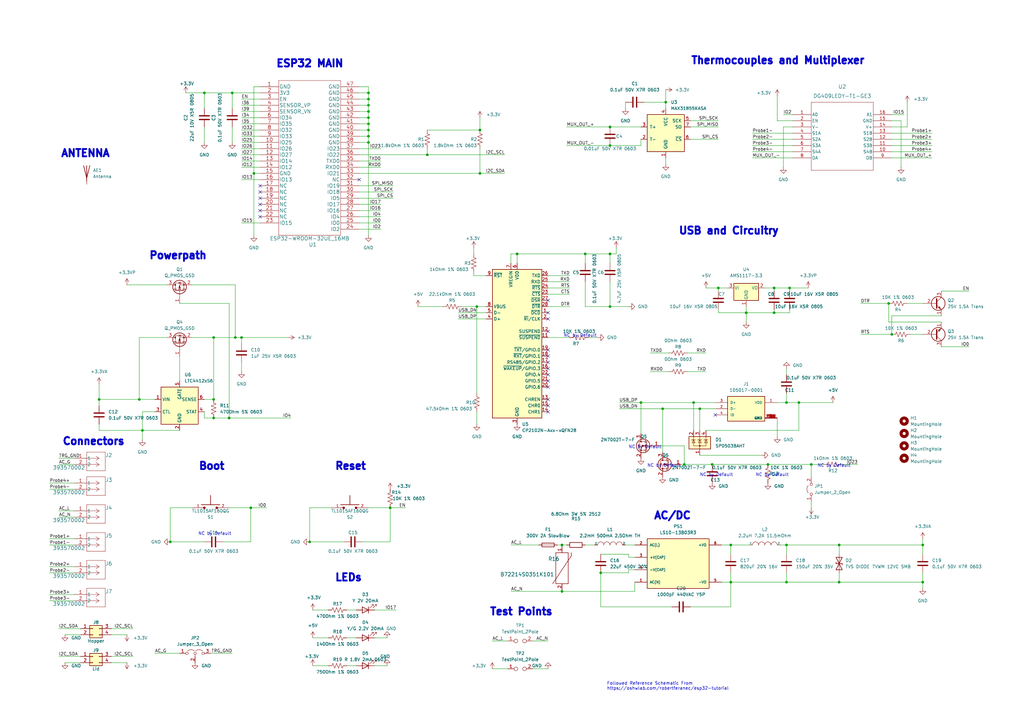
<source format=kicad_sch>
(kicad_sch (version 20211123) (generator eeschema)
  (paper "A3")
  (junction (at 151.13 45.72))
  (junction (at 317.5 118.11))
  (junction (at 160.02 208.28))
  (junction (at 299.72 238.76))
  (junction (at 87.63 171.45))
  (junction (at 250.19 104.14))
  (junction (at 151.13 50.8))
  (junction (at 332.74 190.5))
  (junction (at 175.26 63.5))
  (junction (at 322.58 223.52))
  (junction (at 104.14 71.12))
  (junction (at 344.17 223.52))
  (junction (at 322.58 238.76))
  (junction (at 292.1 190.5))
  (junction (at 151.13 55.88))
  (junction (at 273.05 41.91))
  (junction (at 102.87 208.28))
  (junction (at 322.58 165.1))
  (junction (at 365.76 137.16))
  (junction (at 212.09 104.14))
  (junction (at 250.19 59.69))
  (junction (at 306.07 128.27))
  (junction (at 83.82 38.1))
  (junction (at 195.58 125.73))
  (junction (at 271.78 167.64))
  (junction (at 344.17 238.76))
  (junction (at 58.42 176.53))
  (junction (at 262.89 165.1))
  (junction (at 314.96 190.5))
  (junction (at 96.52 138.43))
  (junction (at 250.19 125.73))
  (junction (at 127 222.25))
  (junction (at 250.19 52.07))
  (junction (at 95.25 38.1))
  (junction (at 151.13 43.18))
  (junction (at 280.67 190.5))
  (junction (at 294.64 118.11))
  (junction (at 40.64 163.83))
  (junction (at 196.85 71.12))
  (junction (at 87.63 138.43))
  (junction (at 196.85 53.34))
  (junction (at 240.03 104.14))
  (junction (at 151.13 40.64))
  (junction (at 57.15 163.83))
  (junction (at 87.63 163.83))
  (junction (at 230.505 242.57))
  (junction (at 327.66 165.1))
  (junction (at 378.46 238.76))
  (junction (at 323.85 118.11))
  (junction (at 93.98 171.45))
  (junction (at 230.505 223.52))
  (junction (at 151.13 48.26))
  (junction (at 151.13 58.42))
  (junction (at 378.46 223.52))
  (junction (at 299.72 223.52))
  (junction (at 287.02 167.64))
  (junction (at 317.5 128.27))
  (junction (at 69.85 222.25))
  (junction (at 151.13 53.34))
  (junction (at 284.48 165.1))
  (junction (at 364.49 124.46))
  (junction (at 151.13 38.1))
  (junction (at 246.38 234.95))
  (junction (at 99.06 138.43))
  (no_connect (at 147.32 73.66))
  (no_connect (at 224.79 163.83))
  (no_connect (at 106.68 88.9))
  (no_connect (at 224.79 148.59))
  (no_connect (at 106.68 86.36))
  (no_connect (at 224.79 123.19))
  (no_connect (at 106.68 76.2))
  (no_connect (at 224.79 146.05))
  (no_connect (at 106.68 78.74))
  (no_connect (at 224.79 135.89))
  (no_connect (at 106.68 81.28))
  (no_connect (at 224.79 153.67))
  (no_connect (at 224.79 143.51))
  (no_connect (at 224.79 151.13))
  (no_connect (at 224.79 166.37))
  (no_connect (at 293.37 170.18))
  (no_connect (at 224.79 130.81))
  (no_connect (at 224.79 158.75))
  (no_connect (at 224.79 128.27))
  (no_connect (at 224.79 156.21))
  (no_connect (at 106.68 83.82))
  (no_connect (at 224.79 168.91))
  (wire (pts (xy 147.32 43.18) (xy 151.13 43.18)))
  (wire (pts (xy 87.63 138.43) (xy 87.63 163.83)))
  (wire (pts (xy 195.58 168.91) (xy 195.58 173.99)))
  (wire (pts (xy 148.59 222.25) (xy 160.02 222.25)))
  (wire (pts (xy 194.31 113.03) (xy 194.31 111.76)))
  (wire (pts (xy 332.74 205.74) (xy 332.74 208.28)))
  (wire (pts (xy 195.58 125.73) (xy 195.58 161.29)))
  (wire (pts (xy 73.66 124.46) (xy 93.98 124.46)))
  (wire (pts (xy 317.5 127) (xy 317.5 128.27)))
  (wire (pts (xy 344.17 223.52) (xy 378.46 223.52)))
  (wire (pts (xy 40.64 176.53) (xy 58.42 176.53)))
  (wire (pts (xy 99.06 60.96) (xy 106.68 60.96)))
  (wire (pts (xy 378.46 238.76) (xy 378.46 241.3)))
  (wire (pts (xy 199.39 125.73) (xy 195.58 125.73)))
  (wire (pts (xy 151.13 58.42) (xy 151.13 96.52)))
  (wire (pts (xy 58.42 176.53) (xy 58.42 180.34)))
  (wire (pts (xy 24.13 187.96) (xy 30.48 187.96)))
  (wire (pts (xy 147.32 86.36) (xy 156.21 86.36)))
  (wire (pts (xy 318.77 171.45) (xy 318.77 179.07)))
  (wire (pts (xy 266.7 152.4) (xy 274.32 152.4)))
  (wire (pts (xy 99.06 45.72) (xy 106.68 45.72)))
  (wire (pts (xy 26.67 271.78) (xy 33.02 271.78)))
  (wire (pts (xy 280.67 190.5) (xy 292.1 190.5)))
  (wire (pts (xy 308.61 57.15) (xy 325.12 57.15)))
  (wire (pts (xy 313.69 118.11) (xy 317.5 118.11)))
  (wire (pts (xy 99.06 50.8) (xy 106.68 50.8)))
  (wire (pts (xy 212.09 107.95) (xy 212.09 104.14)))
  (wire (pts (xy 99.06 58.42) (xy 106.68 58.42)))
  (wire (pts (xy 224.79 120.65) (xy 233.68 120.65)))
  (wire (pts (xy 250.19 104.14) (xy 250.19 107.95)))
  (wire (pts (xy 83.82 52.07) (xy 83.82 58.42)))
  (wire (pts (xy 153.67 250.19) (xy 162.56 250.19)))
  (wire (pts (xy 373.38 137.16) (xy 378.46 137.16)))
  (wire (pts (xy 63.5 267.97) (xy 73.66 267.97)))
  (wire (pts (xy 99.06 66.04) (xy 106.68 66.04)))
  (wire (pts (xy 240.03 125.73) (xy 240.03 115.57)))
  (wire (pts (xy 386.08 129.54) (xy 365.76 129.54)))
  (wire (pts (xy 175.26 53.34) (xy 196.85 53.34)))
  (wire (pts (xy 209.55 107.95) (xy 209.55 104.14)))
  (wire (pts (xy 199.39 113.03) (xy 194.31 113.03)))
  (wire (pts (xy 365.76 46.99) (xy 370.84 46.99)))
  (wire (pts (xy 250.19 115.57) (xy 250.19 125.73)))
  (wire (pts (xy 95.25 38.1) (xy 106.68 38.1)))
  (wire (pts (xy 365.76 129.54) (xy 365.76 137.16)))
  (wire (pts (xy 153.67 273.05) (xy 158.75 273.05)))
  (wire (pts (xy 147.32 48.26) (xy 151.13 48.26)))
  (wire (pts (xy 322.58 238.76) (xy 299.72 238.76)))
  (wire (pts (xy 294.64 118.11) (xy 289.56 118.11)))
  (wire (pts (xy 20.32 200.66) (xy 30.48 200.66)))
  (wire (pts (xy 260.35 242.57) (xy 260.35 238.76)))
  (wire (pts (xy 87.63 138.43) (xy 96.52 138.43)))
  (wire (pts (xy 147.32 50.8) (xy 151.13 50.8)))
  (wire (pts (xy 99.06 138.43) (xy 118.11 138.43)))
  (wire (pts (xy 271.78 167.64) (xy 287.02 167.64)))
  (wire (pts (xy 147.32 35.56) (xy 151.13 35.56)))
  (wire (pts (xy 345.44 190.5) (xy 351.79 190.5)))
  (wire (pts (xy 99.06 91.44) (xy 106.68 91.44)))
  (wire (pts (xy 147.32 60.96) (xy 156.21 60.96)))
  (wire (pts (xy 99.06 40.64) (xy 106.68 40.64)))
  (wire (pts (xy 224.79 115.57) (xy 233.68 115.57)))
  (wire (pts (xy 299.72 223.52) (xy 295.91 223.52)))
  (wire (pts (xy 24.13 257.81) (xy 33.02 257.81)))
  (wire (pts (xy 306.07 128.27) (xy 317.5 128.27)))
  (wire (pts (xy 298.45 118.11) (xy 294.64 118.11)))
  (wire (pts (xy 151.13 38.1) (xy 151.13 40.64)))
  (wire (pts (xy 232.41 52.07) (xy 250.19 52.07)))
  (wire (pts (xy 273.05 64.77) (xy 273.05 67.31)))
  (wire (pts (xy 24.13 269.24) (xy 33.02 269.24)))
  (wire (pts (xy 20.32 232.41) (xy 30.48 232.41)))
  (wire (pts (xy 134.62 261.62) (xy 128.27 261.62)))
  (wire (pts (xy 209.55 223.52) (xy 220.98 223.52)))
  (wire (pts (xy 378.46 234.95) (xy 378.46 238.76)))
  (wire (pts (xy 151.13 40.64) (xy 151.13 43.18)))
  (wire (pts (xy 142.24 273.05) (xy 146.05 273.05)))
  (wire (pts (xy 224.79 118.11) (xy 233.68 118.11)))
  (wire (pts (xy 209.55 104.14) (xy 212.09 104.14)))
  (wire (pts (xy 175.26 60.96) (xy 175.26 63.5)))
  (wire (pts (xy 83.82 171.45) (xy 87.63 171.45)))
  (wire (pts (xy 187.96 128.27) (xy 199.39 128.27)))
  (wire (pts (xy 93.98 171.45) (xy 119.38 171.45)))
  (wire (pts (xy 196.85 60.96) (xy 196.85 71.12)))
  (wire (pts (xy 323.85 118.11) (xy 323.85 119.38)))
  (wire (pts (xy 318.77 49.53) (xy 318.77 39.37)))
  (wire (pts (xy 87.63 163.83) (xy 83.82 163.83)))
  (wire (pts (xy 99.06 53.34) (xy 106.68 53.34)))
  (wire (pts (xy 147.32 76.2) (xy 161.29 76.2)))
  (wire (pts (xy 266.7 144.78) (xy 274.32 144.78)))
  (wire (pts (xy 26.67 260.35) (xy 33.02 260.35)))
  (wire (pts (xy 308.61 62.23) (xy 325.12 62.23)))
  (wire (pts (xy 332.74 190.5) (xy 337.82 190.5)))
  (wire (pts (xy 232.41 59.69) (xy 250.19 59.69)))
  (wire (pts (xy 86.36 267.97) (xy 95.25 267.97)))
  (wire (pts (xy 281.94 152.4) (xy 289.56 152.4)))
  (wire (pts (xy 187.96 130.81) (xy 199.39 130.81)))
  (wire (pts (xy 83.82 168.91) (xy 83.82 171.45)))
  (wire (pts (xy 147.32 66.04) (xy 156.21 66.04)))
  (wire (pts (xy 295.91 238.76) (xy 299.72 238.76)))
  (wire (pts (xy 224.79 113.03) (xy 233.68 113.03)))
  (wire (pts (xy 224.79 262.89) (xy 218.44 262.89)))
  (wire (pts (xy 102.87 208.28) (xy 109.22 208.28)))
  (wire (pts (xy 365.76 62.23) (xy 382.27 62.23)))
  (wire (pts (xy 378.46 238.76) (xy 344.17 238.76)))
  (wire (pts (xy 95.25 38.1) (xy 95.25 44.45)))
  (wire (pts (xy 332.74 190.5) (xy 332.74 195.58)))
  (wire (pts (xy 365.76 59.69) (xy 382.27 59.69)))
  (wire (pts (xy 78.74 116.84) (xy 96.52 116.84)))
  (wire (pts (xy 325.12 52.07) (xy 321.31 52.07)))
  (wire (pts (xy 240.03 104.14) (xy 240.03 107.95)))
  (wire (pts (xy 24.13 190.5) (xy 30.48 190.5)))
  (wire (pts (xy 24.13 209.55) (xy 30.48 209.55)))
  (wire (pts (xy 99.06 55.88) (xy 106.68 55.88)))
  (wire (pts (xy 323.85 118.11) (xy 331.47 118.11)))
  (wire (pts (xy 322.58 227.33) (xy 322.58 223.52)))
  (wire (pts (xy 306.07 125.73) (xy 306.07 128.27)))
  (wire (pts (xy 40.64 173.99) (xy 40.64 176.53)))
  (wire (pts (xy 250.19 52.07) (xy 262.89 52.07)))
  (wire (pts (xy 369.57 49.53) (xy 365.76 49.53)))
  (wire (pts (xy 102.87 222.25) (xy 102.87 208.28)))
  (wire (pts (xy 20.32 246.38) (xy 30.48 246.38)))
  (wire (pts (xy 270.51 182.88) (xy 280.67 182.88)))
  (wire (pts (xy 323.85 127) (xy 323.85 128.27)))
  (wire (pts (xy 147.32 83.82) (xy 156.21 83.82)))
  (wire (pts (xy 372.11 52.07) (xy 372.11 41.91)))
  (wire (pts (xy 209.55 242.57) (xy 230.505 242.57)))
  (wire (pts (xy 308.61 59.69) (xy 325.12 59.69)))
  (wire (pts (xy 240.03 223.52) (xy 243.84 223.52)))
  (wire (pts (xy 257.81 228.6) (xy 257.81 227.33)))
  (wire (pts (xy 76.2 38.1) (xy 83.82 38.1)))
  (wire (pts (xy 147.32 45.72) (xy 151.13 45.72)))
  (wire (pts (xy 99.06 63.5) (xy 106.68 63.5)))
  (wire (pts (xy 147.32 38.1) (xy 151.13 38.1)))
  (wire (pts (xy 160.02 208.28) (xy 160.02 222.25)))
  (wire (pts (xy 273.05 41.91) (xy 273.05 44.45)))
  (wire (pts (xy 344.17 223.52) (xy 344.17 227.33)))
  (wire (pts (xy 260.35 228.6) (xy 257.81 228.6)))
  (wire (pts (xy 104.14 35.56) (xy 104.14 71.12)))
  (wire (pts (xy 344.17 234.95) (xy 344.17 238.76)))
  (wire (pts (xy 322.58 223.52) (xy 344.17 223.52)))
  (wire (pts (xy 264.16 41.91) (xy 273.05 41.91)))
  (wire (pts (xy 142.24 250.19) (xy 146.05 250.19)))
  (wire (pts (xy 299.72 223.52) (xy 307.34 223.52)))
  (wire (pts (xy 246.38 234.95) (xy 257.81 234.95)))
  (wire (pts (xy 69.85 222.25) (xy 83.82 222.25)))
  (wire (pts (xy 87.63 171.45) (xy 93.98 171.45)))
  (wire (pts (xy 317.5 118.11) (xy 317.5 119.38)))
  (wire (pts (xy 93.98 208.28) (xy 102.87 208.28)))
  (wire (pts (xy 299.72 227.33) (xy 299.72 223.52)))
  (wire (pts (xy 283.21 52.07) (xy 294.64 52.07)))
  (wire (pts (xy 151.13 45.72) (xy 151.13 48.26)))
  (wire (pts (xy 96.52 116.84) (xy 96.52 138.43)))
  (wire (pts (xy 99.06 48.26) (xy 106.68 48.26)))
  (wire (pts (xy 281.94 144.78) (xy 289.56 144.78)))
  (wire (pts (xy 151.13 48.26) (xy 151.13 50.8)))
  (wire (pts (xy 386.08 119.38) (xy 397.51 119.38)))
  (wire (pts (xy 104.14 35.56) (xy 106.68 35.56)))
  (wire (pts (xy 322.58 161.29) (xy 322.58 165.1)))
  (wire (pts (xy 73.66 176.53) (xy 58.42 176.53)))
  (wire (pts (xy 386.08 132.08) (xy 364.49 132.08)))
  (wire (pts (xy 57.15 163.83) (xy 63.5 163.83)))
  (wire (pts (xy 321.31 52.07) (xy 321.31 68.58)))
  (wire (pts (xy 353.06 124.46) (xy 364.49 124.46)))
  (wire (pts (xy 320.04 223.52) (xy 322.58 223.52)))
  (wire (pts (xy 147.32 78.74) (xy 161.29 78.74)))
  (wire (pts (xy 386.08 142.24) (xy 397.51 142.24)))
  (wire (pts (xy 365.76 64.77) (xy 382.27 64.77)))
  (wire (pts (xy 246.38 248.92) (xy 275.59 248.92)))
  (wire (pts (xy 20.32 243.84) (xy 30.48 243.84)))
  (wire (pts (xy 292.1 190.5) (xy 314.96 190.5)))
  (wire (pts (xy 284.48 165.1) (xy 293.37 165.1)))
  (wire (pts (xy 287.02 167.64) (xy 293.37 167.64)))
  (wire (pts (xy 147.32 63.5) (xy 175.26 63.5)))
  (wire (pts (xy 314.96 190.5) (xy 332.74 190.5)))
  (wire (pts (xy 260.35 233.68) (xy 257.81 233.68)))
  (wire (pts (xy 104.14 71.12) (xy 106.68 71.12)))
  (wire (pts (xy 256.54 41.91) (xy 256.54 44.45)))
  (wire (pts (xy 142.24 261.62) (xy 146.05 261.62)))
  (wire (pts (xy 252.73 101.6) (xy 252.73 104.14)))
  (wire (pts (xy 57.15 138.43) (xy 57.15 163.83)))
  (wire (pts (xy 45.72 271.78) (xy 52.07 271.78)))
  (wire (pts (xy 78.74 138.43) (xy 87.63 138.43)))
  (wire (pts (xy 287.02 186.69) (xy 312.42 186.69)))
  (wire (pts (xy 151.13 55.88) (xy 151.13 58.42)))
  (wire (pts (xy 99.06 140.97) (xy 99.06 138.43)))
  (wire (pts (xy 175.26 63.5) (xy 207.01 63.5)))
  (wire (pts (xy 147.32 88.9) (xy 156.21 88.9)))
  (wire (pts (xy 196.85 71.12) (xy 207.01 71.12)))
  (wire (pts (xy 160.02 208.28) (xy 151.13 208.28)))
  (wire (pts (xy 151.13 35.56) (xy 151.13 38.1)))
  (wire (pts (xy 134.62 273.05) (xy 128.27 273.05)))
  (wire (pts (xy 147.32 71.12) (xy 196.85 71.12)))
  (wire (pts (xy 365.76 52.07) (xy 372.11 52.07)))
  (wire (pts (xy 83.82 38.1) (xy 83.82 44.45)))
  (wire (pts (xy 134.62 250.19) (xy 128.27 250.19)))
  (wire (pts (xy 52.07 116.84) (xy 68.58 116.84)))
  (wire (pts (xy 151.13 50.8) (xy 151.13 53.34)))
  (wire (pts (xy 289.56 176.53) (xy 327.66 176.53)))
  (wire (pts (xy 99.06 148.59) (xy 99.06 152.4)))
  (wire (pts (xy 284.48 165.1) (xy 284.48 176.53)))
  (wire (pts (xy 147.32 68.58) (xy 156.21 68.58)))
  (wire (pts (xy 322.58 165.1) (xy 327.66 165.1)))
  (wire (pts (xy 196.85 48.26) (xy 196.85 53.34)))
  (wire (pts (xy 364.49 124.46) (xy 364.49 132.08)))
  (wire (pts (xy 257.81 125.73) (xy 250.19 125.73)))
  (wire (pts (xy 20.32 198.12) (xy 30.48 198.12)))
  (wire (pts (xy 230.505 241.935) (xy 230.505 242.57)))
  (wire (pts (xy 147.32 81.28) (xy 161.29 81.28)))
  (wire (pts (xy 327.66 176.53) (xy 327.66 165.1)))
  (wire (pts (xy 224.79 274.32) (xy 218.44 274.32)))
  (wire (pts (xy 40.64 157.48) (xy 40.64 163.83)))
  (wire (pts (xy 369.57 49.53) (xy 369.57 68.58)))
  (wire (pts (xy 308.61 54.61) (xy 325.12 54.61)))
  (wire (pts (xy 322.58 151.13) (xy 322.58 153.67)))
  (wire (pts (xy 20.32 223.52) (xy 30.48 223.52)))
  (wire (pts (xy 353.06 137.16) (xy 365.76 137.16)))
  (wire (pts (xy 228.6 223.52) (xy 230.505 223.52)))
  (wire (pts (xy 69.85 222.25) (xy 69.85 208.28)))
  (wire (pts (xy 262.89 165.1) (xy 262.89 177.8)))
  (wire (pts (xy 306.07 128.27) (xy 294.64 128.27)))
  (wire (pts (xy 306.07 128.27) (xy 306.07 132.08)))
  (wire (pts (xy 147.32 58.42) (xy 151.13 58.42)))
  (wire (pts (xy 365.76 54.61) (xy 382.27 54.61)))
  (wire (pts (xy 344.17 238.76) (xy 322.58 238.76)))
  (wire (pts (xy 224.79 138.43) (xy 233.68 138.43)))
  (wire (pts (xy 99.06 68.58) (xy 106.68 68.58)))
  (wire (pts (xy 151.13 53.34) (xy 151.13 55.88)))
  (wire (pts (xy 127 222.25) (xy 140.97 222.25)))
  (wire (pts (xy 287.02 167.64) (xy 287.02 176.53)))
  (wire (pts (xy 147.32 40.64) (xy 151.13 40.64)))
  (wire (pts (xy 256.54 223.52) (xy 260.35 223.52)))
  (wire (pts (xy 224.79 125.73) (xy 233.68 125.73)))
  (wire (pts (xy 299.72 234.95) (xy 299.72 238.76)))
  (wire (pts (xy 104.14 71.12) (xy 104.14 96.52)))
  (wire (pts (xy 194.31 101.6) (xy 194.31 104.14)))
  (wire (pts (xy 308.61 64.77) (xy 325.12 64.77)))
  (wire (pts (xy 317.5 118.11) (xy 323.85 118.11)))
  (wire (pts (xy 318.77 165.1) (xy 322.58 165.1)))
  (wire (pts (xy 147.32 53.34) (xy 151.13 53.34)))
  (wire (pts (xy 153.67 261.62) (xy 158.75 261.62)))
  (wire (pts (xy 147.32 55.88) (xy 151.13 55.88)))
  (wire (pts (xy 283.21 49.53) (xy 294.64 49.53)))
  (wire (pts (xy 250.19 59.69) (xy 262.89 59.69)))
  (wire (pts (xy 325.12 49.53) (xy 318.77 49.53)))
  (wire (pts (xy 240.03 104.14) (xy 250.19 104.14)))
  (wire (pts (xy 241.3 138.43) (xy 245.11 138.43)))
  (wire (pts (xy 257.81 227.33) (xy 246.38 227.33)))
  (wire (pts (xy 20.32 220.98) (xy 30.48 220.98)))
  (wire (pts (xy 254 165.1) (xy 262.89 165.1)))
  (wire (pts (xy 322.58 234.95) (xy 322.58 238.76)))
  (wire (pts (xy 68.58 138.43) (xy 57.15 138.43)))
  (wire (pts (xy 280.67 182.88) (xy 280.67 190.5)))
  (wire (pts (xy 40.64 163.83) (xy 40.64 166.37)))
  (wire (pts (xy 160.02 208.28) (xy 166.37 208.28)))
  (wire (pts (xy 262.89 57.15) (xy 262.89 59.69)))
  (wire (pts (xy 299.72 238.76) (xy 299.72 248.92)))
  (wire (pts (xy 127 208.28) (xy 135.89 208.28)))
  (wire (pts (xy 212.09 104.14) (xy 240.03 104.14)))
  (wire (pts (xy 250.19 104.14) (xy 252.73 104.14)))
  (wire (pts (xy 73.66 146.05) (xy 73.66 156.21)))
  (wire (pts (xy 24.13 212.09) (xy 30.48 212.09)))
  (wire (pts (xy 83.82 38.1) (xy 95.25 38.1)))
  (wire (pts (xy 246.38 234.95) (xy 246.38 248.92)))
  (wire (pts (xy 262.89 165.1) (xy 284.48 165.1)))
  (wire (pts (xy 208.28 274.32) (xy 201.93 274.32)))
  (wire (pts (xy 201.93 262.89) (xy 208.28 262.89)))
  (wire (pts (xy 96.52 138.43) (xy 99.06 138.43)))
  (wire (pts (xy 91.44 222.25) (xy 102.87 222.25)))
  (wire (pts (xy 147.32 91.44) (xy 156.21 91.44)))
  (wire (pts (xy 317.5 128.27) (xy 323.85 128.27)))
  (wire (pts (xy 45.72 257.81) (xy 54.61 257.81)))
  (wire (pts (xy 230.505 223.52) (xy 232.41 223.52)))
  (wire (pts (xy 45.72 260.35) (xy 52.07 260.35)))
  (wire (pts (xy 40.64 163.83) (xy 57.15 163.83)))
  (wire (pts (xy 58.42 168.91) (xy 58.42 176.53)))
  (wire (pts (xy 127 208.28) (xy 127 222.25)))
  (wire (pts (xy 151.13 43.18) (xy 151.13 45.72)))
  (wire (pts (xy 171.45 125.73) (xy 181.61 125.73)))
  (wire (pts (xy 69.85 208.28) (xy 78.74 208.28)))
  (wire (pts (xy 93.98 124.46) (xy 93.98 171.45)))
  (wire (pts (xy 365.76 57.15) (xy 382.27 57.15)))
  (wire (pts (xy 230.505 223.52) (xy 230.505 224.155)))
  (wire (pts (xy 283.21 57.15) (xy 294.64 57.15)))
  (wire (pts (xy 189.23 125.73) (xy 195.58 125.73)))
  (wire (pts (xy 372.11 124.46) (xy 378.46 124.46)))
  (wire (pts (xy 45.72 269.24) (xy 54.61 269.24)))
  (wire (pts (xy 327.66 165.1) (xy 341.63 165.1)))
  (wire (pts (xy 95.25 52.07) (xy 95.25 58.42)))
  (wire (pts (xy 321.31 46.99) (xy 325.12 46.99)))
  (wire (pts (xy 20.32 234.95) (xy 30.48 234.95)))
  (wire (pts (xy 271.78 167.64) (xy 271.78 185.42)))
  (wire (pts (xy 378.46 223.52) (xy 378.46 227.33)))
  (wire (pts (xy 294.64 128.27) (xy 294.64 127)))
  (wire (pts (xy 250.19 125.73) (xy 240.03 125.73)))
  (wire (pts (xy 257.81 233.68) (xy 257.81 234.95)))
  (wire (pts (xy 378.46 220.98) (xy 378.46 223.52)))
  (wire (pts (xy 99.06 73.66) (xy 106.68 73.66)))
  (wire (pts (xy 99.06 43.18) (xy 106.68 43.18)))
  (wire (pts (xy 299.72 248.92) (xy 283.21 248.92)))
  (wire (pts (xy 63.5 168.91) (xy 58.42 168.91)))
  (wire (pts (xy 280.67 190.5) (xy 279.4 190.5)))
  (wire (pts (xy 147.32 93.98) (xy 156.21 93.98)))
  (wire (pts (xy 273.05 36.83) (xy 273.05 41.91)))
  (wire (pts (xy 230.505 242.57) (xy 260.35 242.57)))
  (wire (pts (xy 254 167.64) (xy 271.78 167.64)))
  (wire (pts (xy 294.64 118.11) (xy 294.64 119.38)))
  (text "Powerpath\n" (at 60.96 106.68 0) (effects (font (size 3 3) (thickness 1.016) bold) (justify left bottom)))
  (text "Reset" (at 137.16 193.04 0) (effects (font (size 3 3) (thickness 1.016) bold) (justify left bottom)))
  (text "USB and Circuitry" (at 278.13 96.52 0) (effects (font (size 3 3) (thickness 1.016) bold) (justify left bottom)))
  (text "Connectors" (at 25.4 182.88 0) (effects (font (size 3 3) (thickness 1.016) bold) (justify left bottom)))
  (text "LEDs" (at 137.16 238.76 0) (effects (font (size 3 3) (thickness 1.016) bold) (justify left bottom)))
  (text "Boot\n" (at 81.28 193.04 0) (effects (font (size 3 3) (thickness 1.016) bold) (justify left bottom)))
  (text "Thermocouples and Multiplexer" (at 283.21 26.67 0) (effects (font (size 3 3) (thickness 1.016) bold) (justify left bottom)))
  (text "Test Points" (at 200.66 252.73 0) (effects (font (size 3 3) (thickness 1.016) bold) (justify left bottom)))
  (text "NC by Default" (at 257.81 184.15 0) (effects (font (size 1.27 1.27)) (justify left bottom)))
  (text "NC by Default" (at 335.28 191.77 0) (effects (font (size 1.27 1.27)) (justify left bottom)))
  (text "NC by Default" (at 287.02 195.58 0) (effects (font (size 1.27 1.27)) (justify left bottom)))
  (text "Followed Reference Schematic From\nhttps://oshwlab.com/robertferanec/esp32-tutorial" (at 248.92 283.21 0) (effects (font (size 1.27 1.27)) (justify left bottom)))
  (text "NC by Default" (at 309.88 195.58 0) (effects (font (size 1.27 1.27)) (justify left bottom)))
  (text "ANTENNA" (at 24.765 64.77 0) (effects (font (size 3 3) (thickness 1.016) bold) (justify left bottom)))
  (text "ESP32 MAIN" (at 113.03 27.94 0) (effects (font (size 3 3) (thickness 1.016) bold) (justify left bottom)))
  (text "NC by Default" (at 265.43 191.77 0) (effects (font (size 1.27 1.27)) (justify left bottom)))
  (text "AC/DC" (at 267.97 213.36 0) (effects (font (size 3 3) (thickness 1.016) bold) (justify left bottom)))
  (text "NC by Default" (at 81.28 219.71 0) (effects (font (size 1.27 1.27)) (justify left bottom)))
  (text "NC by Default" (at 231.14 138.43 0) (effects (font (size 1.27 1.27)) (justify left bottom)))
  (label "IO17" (at 162.56 250.19 180))
  (label "AC_L" (at 209.55 223.52 0))
  (label "IO16" (at 156.21 86.36 180))
  (label "IO14" (at 99.06 66.04 0))
  (label "RXD0" (at 266.7 152.4 0))
  (label "IO12" (at 99.06 68.58 0))
  (label "Probe2-" (at 20.32 234.95 0))
  (label "RXD0" (at 156.21 68.58 180))
  (label "Probe4-" (at 308.61 62.23 0))
  (label "EN" (at 397.51 119.38 180))
  (label "SPI_MISO" (at 161.29 76.2 180))
  (label "IO2" (at 321.31 46.99 0))
  (label "Probe3+" (at 382.27 59.69 180))
  (label "I2C_SCL" (at 54.61 269.24 180))
  (label "USB_DP" (at 187.96 130.81 0))
  (label "IO4" (at 119.38 171.45 180))
  (label "IO32" (at 99.06 53.34 0))
  (label "TXD0" (at 266.7 144.78 0))
  (label "IO33" (at 99.06 55.88 0))
  (label "IO0" (at 109.22 208.28 180))
  (label "IO15" (at 370.84 46.99 180))
  (label "SPI_MISO" (at 294.64 52.07 180))
  (label "RXD" (at 233.68 115.57 180))
  (label "AC_N" (at 224.79 262.89 180))
  (label "IO0" (at 397.51 142.24 180))
  (label "TXD" (at 289.56 152.4 180))
  (label "IO25" (at 99.06 58.42 0))
  (label "DTR" (at 233.68 125.73 180))
  (label "AC_G" (at 24.13 190.5 0))
  (label "IO4" (at 156.21 88.9 180))
  (label "I34" (at 99.06 48.26 0))
  (label "MUX_OUT_-" (at 232.41 59.69 0))
  (label "I2C_SDA" (at 24.13 257.81 0))
  (label "AC_N" (at 209.55 242.57 0))
  (label "IO23" (at 351.79 190.5 180))
  (label "IO27" (at 99.06 63.5 0))
  (label "SPI_CS" (at 294.64 57.15 180))
  (label "Probe1+" (at 382.27 54.61 180))
  (label "Probe1+" (at 20.32 220.98 0))
  (label "SPI_SCK" (at 161.29 78.74 180))
  (label "AC_L" (at 201.93 262.89 0))
  (label "I35" (at 99.06 50.8 0))
  (label "SPI_SCK" (at 294.64 49.53 180))
  (label "I36" (at 99.06 43.18 0))
  (label "USB_DP" (at 254 165.1 0))
  (label "MUX_OUT_-" (at 308.61 64.77 0))
  (label "IO17" (at 156.21 83.82 180))
  (label "Probe1-" (at 308.61 54.61 0))
  (label "I2C_SCL" (at 54.61 257.81 180))
  (label "RXD" (at 289.56 144.78 180))
  (label "USB_DN" (at 187.96 128.27 0))
  (label "AC_L" (at 24.13 209.55 0))
  (label "IO15" (at 99.06 91.44 0))
  (label "Probe3+" (at 20.32 243.84 0))
  (label "Probe2+" (at 382.27 57.15 180))
  (label "IO26" (at 99.06 60.96 0))
  (label "I39" (at 99.06 45.72 0))
  (label "TRG_GND" (at 95.25 267.97 180))
  (label "EN" (at 99.06 40.64 0))
  (label "Probe2+" (at 20.32 232.41 0))
  (label "Probe4+" (at 382.27 62.23 180))
  (label "TXD" (at 233.68 113.03 180))
  (label "MUX_OUT_+" (at 382.27 64.77 180))
  (label "I2C_SDA" (at 207.01 71.12 180))
  (label "Probe3-" (at 308.61 59.69 0))
  (label "EN" (at 166.37 208.28 180))
  (label "Probe3-" (at 20.32 246.38 0))
  (label "I2C_SCL" (at 207.01 63.5 180))
  (label "AC_G" (at 63.5 267.97 0))
  (label "MUX_OUT_+" (at 232.41 52.07 0))
  (label "IO13" (at 99.06 73.66 0))
  (label "USB_DN" (at 254 167.64 0))
  (label "TRG_GND" (at 24.13 187.96 0))
  (label "Probe2-" (at 308.61 57.15 0))
  (label "TXD0" (at 156.21 66.04 180))
  (label "DTR" (at 353.06 124.46 0))
  (label "SPI_CS" (at 161.29 81.28 180))
  (label "CTS" (at 233.68 120.65 180))
  (label "RTS" (at 233.68 118.11 180))
  (label "Probe4+" (at 20.32 198.12 0))
  (label "IO23" (at 156.21 60.96 180))
  (label "IO0" (at 156.21 91.44 180))
  (label "AC_N" (at 24.13 212.09 0))
  (label "I2C_SDA" (at 24.13 269.24 0))
  (label "Probe4-" (at 20.32 200.66 0))
  (label "IO2" (at 156.21 93.98 180))
  (label "Probe1-" (at 20.32 223.52 0))
  (label "RTS" (at 353.06 137.16 0))
  (symbol (lib_id "power:+3.3V") (at 160.02 200.66 0) (mirror y) (unit 1)
    (property "Reference" "#PWR037" (effects hide))
    (property "Value" "+3.3V" (at 162.56 199.3901 0) (effects (justify right)))
  )
  (symbol (lib_id "power:+3.3V") (at 128.27 250.19 0) (unit 1)
    (property "Reference" "#PWR043" (effects hide))
    (property "Value" "+3.3V" (at 125.73 245.11 0) (effects (justify left)))
  )
  (symbol (lib_id "power:+3.3V") (at 52.07 271.78 180) (unit 1)
    (property "Reference" "#PWR049" (effects hide))
    (property "Value" "+3.3V" (at 54.61 273.0499 0) (effects (justify right)))
  )
  (symbol (lib_id "power:GND") (at 224.79 274.32 180) (unit 1)
    (property "Reference" "#PWR054" (effects hide))
    (property "Value" "GND" (at 222.25 273.0501 0) (effects (justify left)))
  )
  (symbol (lib_id "0393570002:393570002") (at 30.48 220.98 0) (unit 1)
    (property "Reference" "J5" (at 43.18 219.71 0) (effects (font (size 1.524 1.524)) (justify left)))
    (property "Value" "393570002" (at 21.59 224.79 0) (effects (font (size 1.524 1.524)) (justify left)))
    (property "Footprint" "CONN_393570002_MOL" (effects hide))
    (property "Manufacturer" "Molex" (effects hide))
    (property "Manufacturer Part Number" "393570002" (effects hide))
    (property "Vendor" "Digikey" (effects hide))
    (property "Vendor Part Number" "WM7877-ND" (effects hide))
  )
  (symbol (lib_id "105017-0001:105017-0001") (at 306.07 167.64 0) (unit 1)
    (property "Reference" "J1" (at 306.07 157.48 0))
    (property "Value" "105017-0001" (at 306.07 160.02 0))
    (property "Footprint" "MOLEX_105017-0001" (effects hide))
    (property "Manufacturer" "Molex" (effects hide))
    (property "Manufacturer Part Number" "1050170001" (effects hide))
    (property "Vendor" "Digikey" (effects hide))
    (property "Vendor Part Number" "WM1399CT-ND" (effects hide))
  )
  (symbol (lib_id "power:+3.3V") (at 252.73 101.6 0) (unit 1)
    (property "Reference" "#PWR015" (effects hide))
    (property "Value" "+3.3V" (at 255.27 97.79 0) (effects (justify right)))
  )
  (symbol (lib_id "Transistor_FET:2N7002") (at 265.43 182.88 0) (mirror y) (unit 1)
    (property "Reference" "Q5" (at 265.43 179.07 0) (effects (justify left)))
    (property "Value" "2N7002T-7-F" (at 260.35 180.34 0) (effects (justify left)))
    (property "Footprint" "Package_TO_SOT_SMD:SOT-23" (effects hide))
    (property "Datasheet" "https://www.onsemi.com/pub/Collateral/NDS7002A-D.PDF" (effects hide))
    (property "Manufacturer" "Diodes Incorporated" (effects hide))
    (property "Manufacturer Part Number" "2N7002T-7-F" (effects hide))
    (property "Vendor" "Digikey" (effects hide))
    (property "Vendor Part Number" "2N7002T-FDICT-ND" (effects hide))
  )
  (symbol (lib_id "power:GND") (at 318.77 179.07 0) (unit 1)
    (property "Reference" "#PWR030" (effects hide))
    (property "Value" "GND" (at 321.31 180.3399 0) (effects (justify left)))
  )
  (symbol (lib_id "0393570002:393570002") (at 30.48 198.12 0) (unit 1)
    (property "Reference" "J3" (at 43.18 196.85 0) (effects (font (size 1.524 1.524)) (justify left)))
    (property "Value" "393570002" (at 21.59 201.93 0) (effects (font (size 1.524 1.524)) (justify left)))
    (property "Footprint" "CONN_393570002_MOL" (effects hide))
    (property "Manufacturer" "Molex" (effects hide))
    (property "Manufacturer Part Number" "393570002" (effects hide))
    (property "Vendor" "Digikey" (effects hide))
    (property "Vendor Part Number" "WM7877-ND" (effects hide))
  )
  (symbol (lib_id "power:GND") (at 322.58 151.13 180) (unit 1)
    (property "Reference" "#PWR024" (effects hide))
    (property "Value" "GND" (at 325.12 149.8599 0) (effects (justify right)))
  )
  (symbol (lib_id "Mechanical:MountingHole") (at 370.84 172.72 0) (unit 1)
    (property "Reference" "H1" (at 373.38 171.4499 0) (effects (justify left)))
    (property "Value" "MountingHole" (at 373.38 173.9899 0) (effects (justify left)))
    (property "Footprint" "MountingHole:MountingHole_3.2mm_M3_DIN965_Pad" (effects hide))
  )
  (symbol (lib_id "power:+3.3V") (at 332.74 208.28 180) (unit 1)
    (property "Reference" "#PWR038" (effects hide))
    (property "Value" "+3.3V" (at 330.2 212.09 0) (effects (justify right)))
  )
  (symbol (lib_id "LS10-13B03R3:LS10-13B03R3") (at 278.13 231.14 0) (unit 1)
    (property "Reference" "PS1" (at 278.13 215.9 0))
    (property "Value" "LS10-13B03R3" (at 278.13 218.44 0))
    (property "Footprint" "CONV_LS10-13B03R3" (effects hide))
    (property "Datasheet" "https://www.mornsun-power.com/html/pdf/LS10-13B03R3.html" (effects hide))
    (property "PARTREV" "2020.12.14-A/5" (effects hide))
    (property "STANDARD" "Manufacturer Recommendations" (effects hide))
    (property "MAXIMUM_PACKAGE_HEIGHT" "18.2 mm" (effects hide))
    (property "MANUFACTURER" "MORNSUN" (effects hide))
    (property "Manufacturer" "Mornsun America, LLC" (effects hide))
    (property "Manufacturer Part Number" "LS10-13B03R3" (effects hide))
    (property "Vendor" "Digikey" (effects hide))
    (property "Vendor Part Number" "2725-LS10-13B03R3-ND" (effects hide))
  )
  (symbol (lib_id "Device:LED") (at 149.86 250.19 180) (unit 1)
    (property "Reference" "D3" (at 149.86 243.84 0))
    (property "Value" "Y 2V 20mA" (at 149.86 246.38 0))
    (property "Footprint" "LED_SMD:LED_0603_1608Metric" (effects hide))
    (property "Manufacturer" "Würth Elektronik" (effects hide))
    (property "Manufacturer Part Number" "150060YS75000" (effects hide))
    (property "Vendor" "Digikey" (effects hide))
    (property "Vendor Part Number" "732-4981-1-ND" (effects hide))
  )
  (symbol (lib_id "Device:C") (at 323.85 123.19 0) (mirror y) (unit 1)
    (property "Reference" "C9" (at 322.58 120.65 0))
    (property "Value" "10uF 16V X5R 0805" (at 334.01 120.65 0))
    (property "Footprint" "Capacitor_SMD:C_0805_2012Metric" (effects hide))
    (property "Manufacturer" "Samsung Electro-Mechanics" (effects hide))
    (property "Manufacturer Part Number" "CL21A106KOQNNNE" (effects hide))
    (property "Vendor" "Digikey" (effects hide))
    (property "Vendor Part Number" "1276-1096-1-ND" (effects hide))
  )
  (symbol (lib_id "power:GND") (at 256.54 44.45 0) (unit 1)
    (property "Reference" "#PWR05" (effects hide))
    (property "Value" "GND" (at 256.54 49.53 0))
  )
  (symbol (lib_id "Device:R_US") (at 138.43 250.19 90) (unit 1)
    (property "Reference" "R17" (at 138.43 247.65 90))
    (property "Value" "470Ohm 1% 0603" (at 138.43 252.73 90))
    (property "Footprint" "Resistor_SMD:R_0603_1608Metric" (effects hide))
    (property "Manufacturer" "YAGEO" (effects hide))
    (property "Manufacturer Part Number" "RC0603FR-13470RL" (effects hide))
    (property "Vendor" "Digikey" (effects hide))
    (property "Vendor Part Number" "13-RC0603FR-13470RLCT-ND" (effects hide))
  )
  (symbol (lib_id "Sensor_Temperature:MAX31855KASA") (at 273.05 54.61 0) (unit 1)
    (property "Reference" "U3" (at 275.0694 41.91 0) (effects (justify left)))
    (property "Value" "MAX31855KASA" (at 275.0694 44.45 0) (effects (justify left)))
    (property "Footprint" "Package_SO:SOIC-8_3.9x4.9mm_P1.27mm" (effects hide))
    (property "Datasheet" "http://datasheets.maximintegrated.com/en/ds/MAX31855.pdf" (effects hide))
    (property "Manufacturer" "Analog Devices Inc./Maxim Integrated" (effects hide))
    (property "Manufacturer Part Number" "MAX31855KASA+T" (effects hide))
    (property "Vendor" "Digikey" (effects hide))
    (property "Vendor Part Number" "MAX31855KASA+TCT-ND" (effects hide))
  )
  (symbol (lib_id "Device:Q_PMOS_GSD") (at 73.66 140.97 90) (unit 1)
    (property "Reference" "Q4" (at 73.66 132.08 90))
    (property "Value" "Q_PMOS_GSD" (at 73.66 134.62 90))
    (property "Footprint" "Customs Smoker:VESM_TOS" (effects hide))
    (property "Manufacturer" "Toshiba Semiconductor and Storage" (effects hide))
    (property "Manufacturer Part Number" "SSM3J56MFV,L3F" (effects hide))
    (property "Vendor" "Digikey" (effects hide))
    (property "Vendor Part Number" "SSM3J56MFVL3FCT-ND" (effects hide))
  )
  (symbol (lib_id "Device:R_US") (at 185.42 125.73 90) (unit 1)
    (property "Reference" "R5" (at 185.42 123.19 90))
    (property "Value" "22.1kOhm 1% 0603" (at 185.42 120.65 90))
    (property "Footprint" "Resistor_SMD:R_0603_1608Metric" (effects hide))
    (property "Manufacturer" "YAGEO" (effects hide))
    (property "Manufacturer Part Number" "RC0603FR-0722K1L" (effects hide))
    (property "Vendor" "Digikey" (effects hide))
    (property "Vendor Part Number" "311-22.1KHRCT-ND" (effects hide))
  )
  (symbol (lib_id "power:GND") (at 257.81 125.73 90) (unit 1)
    (property "Reference" "#PWR020" (effects hide))
    (property "Value" "GND" (at 261.62 125.7299 90) (effects (justify right)))
  )
  (symbol (lib_id "power:GND") (at 271.78 195.58 0) (unit 1)
    (property "Reference" "#PWR034" (effects hide))
    (property "Value" "GND" (at 274.32 196.8499 0) (effects (justify left)))
  )
  (symbol (lib_id "Device:R_US") (at 160.02 204.47 0) (mirror x) (unit 1)
    (property "Reference" "R14" (at 162.56 201.93 0))
    (property "Value" "10K 1% 0603" (at 167.64 204.47 0))
    (property "Footprint" "Resistor_SMD:R_0603_1608Metric" (effects hide))
    (property "Manufacturer" "Stackpole Electronics Inc" (effects hide))
    (property "Manufacturer Part Number" "RNCP0603FTD10K0" (effects hide))
    (property "Vendor" "Digikey" (effects hide))
    (property "Vendor Part Number" "RNCP0603FTD10K0CT-ND" (effects hide))
  )
  (symbol (lib_id "Mechanical:MountingHole") (at 370.84 187.96 0) (unit 1)
    (property "Reference" "H4" (at 373.38 186.6899 0) (effects (justify left)))
    (property "Value" "MountingHole" (at 373.38 189.2299 0) (effects (justify left)))
    (property "Footprint" "MountingHole:MountingHole_3.2mm_M3_DIN965_Pad" (effects hide))
  )
  (symbol (lib_id "Device:R_US") (at 314.96 194.31 0) (mirror y) (unit 1)
    (property "Reference" "R13" (at 317.5 194.31 0))
    (property "Value" "10K 1% 0603" (at 322.58 191.77 0))
    (property "Footprint" "Resistor_SMD:R_0603_1608Metric" (effects hide))
    (property "Manufacturer" "Stackpole Electronics Inc" (effects hide))
    (property "Manufacturer Part Number" "RNCP0603FTD10K0" (effects hide))
    (property "Vendor" "Digikey" (effects hide))
    (property "Vendor Part Number" "RNCP0603FTD10K0CT-ND" (effects hide))
  )
  (symbol (lib_id "Device:C") (at 250.19 55.88 0) (unit 1)
    (property "Reference" "C4" (at 254 55.88 0))
    (property "Value" "0.01uF 50V X7R 0603" (at 250.19 60.96 0))
    (property "Footprint" "Capacitor_SMD:C_0603_1608Metric" (effects hide))
    (property "Manufacturer" "Samsung Electro-Mechanics" (effects hide))
    (property "Manufacturer Part Number" "CL10B103KB8NNNC" (effects hide))
    (property "Vendor" "Digikey" (effects hide))
    (property "Vendor Part Number" "1276-1009-1-ND" (effects hide))
  )
  (symbol (lib_id "power:GND") (at 321.31 68.58 0) (unit 1)
    (property "Reference" "#PWR010" (effects hide))
    (property "Value" "GND" (at 321.31 73.66 0))
  )
  (symbol (lib_id "0393570002:393570002") (at 30.48 209.55 0) (unit 1)
    (property "Reference" "J4" (at 43.18 208.28 0) (effects (font (size 1.524 1.524)) (justify left)))
    (property "Value" "393570002" (at 21.59 213.36 0) (effects (font (size 1.524 1.524)) (justify left)))
    (property "Footprint" "CONN_393570002_MOL" (effects hide))
    (property "Manufacturer" "Molex" (effects hide))
    (property "Manufacturer Part Number" "393570002" (effects hide))
    (property "Vendor" "Digikey" (effects hide))
    (property "Vendor Part Number" "WM7877-ND" (effects hide))
  )
  (symbol (lib_id "power:GND") (at 306.07 132.08 0) (unit 1)
    (property "Reference" "#PWR021" (effects hide))
    (property "Value" "GND" (at 306.07 137.16 0))
  )
  (symbol (lib_id "power:GND") (at 127 222.25 270) (unit 1)
    (property "Reference" "#PWR041" (effects hide))
    (property "Value" "GND" (at 123.19 222.2499 90) (effects (justify right)))
  )
  (symbol (lib_id "power:GND") (at 26.67 271.78 0) (unit 1)
    (property "Reference" "#PWR048" (effects hide))
    (property "Value" "GND" (at 29.21 273.0499 0) (effects (justify left)))
  )
  (symbol (lib_id "Device:R") (at 236.22 223.52 90) (unit 1)
    (property "Reference" "R15" (at 236.22 212.725 90))
    (property "Value" "6.8Ohm 3W 5% 2512" (at 236.22 210.82 90))
    (property "Footprint" "Resistor_THT:R_Box_L8.4mm_W2.5mm_P5.08mm" (effects hide))
    (property "Manufacturer" "Vishay Beyschlag/Draloric/BC Components" (effects hide))
    (property "Manufacturer Part Number" "AC03000006808JAC00" (effects hide))
    (property "Vendor" "Digikey" (effects hide))
    (property "Vendor Part Number" "749-AC03000006808JAC00CT-ND" (effects hide))
  )
  (symbol (lib_id "power:+3.3VA") (at 378.46 220.98 0) (unit 1)
    (property "Reference" "#PWR039" (effects hide))
    (property "Value" "+3.3VA" (at 378.46 215.9 0))
  )
  (symbol (lib_id "Connector:TestPoint_2Pole") (at 213.36 274.32 0) (unit 1)
    (property "Reference" "TP2" (at 213.36 267.97 0))
    (property "Value" "TestPoint_2Pole" (at 213.36 270.51 0))
    (property "Footprint" "TestPoint:TestPoint_2Pads_Pitch5.08mm_Drill1.3mm" (effects hide))
  )
  (symbol (lib_id "Device:Antenna") (at 35.56 70.485 0) (unit 1)
    (property "Reference" "AE1" (at 38.1 69.8499 0) (effects (justify left)))
    (property "Value" "Antenna" (at 38.1 72.3899 0) (effects (justify left)))
    (property "Footprint" "Symbol:KiCad-Logo2_5mm_SilkScreen" (effects hide))
    (property "Manufacturer" "Pulse Electronics" (effects hide))
    (property "Manufacturer Part Number" "W3921B0100" (effects hide))
    (property "Vendor" "Digikey" (effects hide))
    (property "Vendor Part Number" "553-W3921B0100-ND" (effects hide))
  )
  (symbol (lib_id "Power_Management:LTC4412xS6") (at 73.66 166.37 0) (unit 1)
    (property "Reference" "U6" (at 75.6794 153.67 0) (effects (justify left)))
    (property "Value" "LTC4412xS6" (at 75.6794 156.21 0) (effects (justify left)))
    (property "Footprint" "Package_TO_SOT_SMD:TSOT-23-6" (effects hide))
    (property "Datasheet" "https://www.analog.com/media/en/technical-documentation/data-sheets/4412fb.pdf" (effects hide))
    (property "Manufacturer" "Analog Devices Inc." (effects hide))
    (property "Manufacturer Part Number" "LTC4412ES6#TRMPBF" (effects hide))
    (property "Vendor" "Digikey" (effects hide))
    (property "Vendor Part Number" "505-LTC4412ES6#TRMPBFCT-ND" (effects hide))
  )
  (symbol (lib_id "Device:R_US") (at 194.31 107.95 180) (unit 1)
    (property "Reference" "R3" (at 191.77 107.95 0))
    (property "Value" "1kOhm 1% 0603" (at 184.15 110.49 0))
    (property "Footprint" "Resistor_SMD:R_0603_1608Metric" (effects hide))
    (property "Manufacturer" "Stackpole Electronics Inc" (effects hide))
    (property "Manufacturer Part Number" "RNCP0603FTD1K00" (effects hide))
    (property "Vendor" "Digikey" (effects hide))
    (property "Vendor Part Number" "RNCP0603FTD1K00CT-ND" (effects hide))
  )
  (symbol (lib_id "power:GND") (at 58.42 180.34 0) (unit 1)
    (property "Reference" "#PWR031" (effects hide))
    (property "Value" "GND" (at 58.42 185.42 0))
  )
  (symbol (lib_id "Device:R_US") (at 278.13 152.4 90) (unit 1)
    (property "Reference" "R9" (at 278.13 149.86 90))
    (property "Value" "0Ohm 0603" (at 278.13 147.32 90))
    (property "Footprint" "Resistor_SMD:R_0603_1608Metric" (effects hide))
    (property "Manufacturer" "Stackpole Electronics Inc" (effects hide))
    (property "Manufacturer Part Number" "RMCF0603ZT0R00" (effects hide))
    (property "Vendor" "Digikey" (effects hide))
    (property "Vendor Part Number" "RMCF0603ZT0R00CT-ND" (effects hide))
  )
  (symbol (lib_id "Device:C") (at 144.78 222.25 270) (unit 1)
    (property "Reference" "C15" (at 144.78 218.44 90))
    (property "Value" "0.1uF 50V X7R 0603" (at 144.78 226.06 90))
    (property "Footprint" "Capacitor_SMD:C_0603_1608Metric" (effects hide))
    (property "Manufacturer" "Samsung Electro-Mechanics" (effects hide))
    (property "Manufacturer Part Number" "CL10B104KB8NNWC" (effects hide))
    (property "Vendor" "Digikey" (effects hide))
    (property "Vendor Part Number" "1276-1935-1-ND" (effects hide))
  )
  (symbol (lib_id "Device:C") (at 99.06 144.78 180) (unit 1)
    (property "Reference" "C10" (at 102.87 143.5099 0) (effects (justify right)))
    (property "Value" "1uF 25V X5R 0603" (at 102.87 146.0499 0) (effects (justify right)))
    (property "Footprint" "Capacitor_SMD:C_0603_1608Metric" (effects hide))
    (property "Manufacturer" "Samsung Electro-Mechanics" (effects hide))
    (property "Manufacturer Part Number" "CL10A105KA8NNNC" (effects hide))
    (property "Vendor" "Digikey" (effects hide))
    (property "Vendor Part Number" "1276-1102-1-ND" (effects hide))
  )
  (symbol (lib_id "Interface_USB:CP2102N-Axx-xQFN28") (at 212.09 140.97 0) (unit 1)
    (property "Reference" "U5" (at 214.1094 173.99 0) (effects (justify left)))
    (property "Value" "CP2102N-Axx-xQFN28" (at 214.1094 176.53 0) (effects (justify left)))
    (property "Footprint" "Package_DFN_QFN:QFN-28-1EP_5x5mm_P0.5mm_EP3.35x3.35mm" (effects hide))
    (property "Datasheet" "https://www.silabs.com/documents/public/data-sheets/cp2102n-datasheet.pdf" (effects hide))
  )
  (symbol (lib_id "power:+5V") (at 171.45 125.73 0) (unit 1)
    (property "Reference" "#PWR019" (effects hide))
    (property "Value" "+5V" (at 171.45 120.65 0))
  )
  (symbol (lib_id "Power_Protection:SP0503BAHT") (at 287.02 181.61 0) (unit 1)
    (property "Reference" "D1" (at 293.37 180.3399 0) (effects (justify left)))
    (property "Value" "SP0503BAHT" (at 293.37 182.8799 0) (effects (justify left)))
    (property "Footprint" "Package_TO_SOT_SMD:SOT-143" (effects hide))
    (property "Datasheet" "http://www.littelfuse.com/~/media/files/littelfuse/technical%20resources/documents/data%20sheets/sp05xxba.pdf" (effects hide))
    (property "Manufacturer" "Littelfuse Inc." (effects hide))
    (property "Manufacturer Part Number" "SP0503BAHTG" (effects hide))
    (property "Vendor" "Digikey" (effects hide))
    (property "Vendor Part Number" "F2715CT-ND" (effects hide))
  )
  (symbol (lib_id "Device:LED") (at 149.86 261.62 180) (unit 1)
    (property "Reference" "D4" (at 149.86 255.27 0))
    (property "Value" "Y/G 2.2V 20mA" (at 149.86 257.81 0))
    (property "Footprint" "LED_SMD:LED_0603_1608Metric" (effects hide))
    (property "Manufacturer" "American Bright Optoelectronics Corporation" (effects hide))
    (property "Manufacturer Part Number" "BL-HGE36D-AV-TRB" (effects hide))
    (property "Vendor" "Digikey" (effects hide))
    (property "Vendor Part Number" "BL-HGE36D-AV-TRBCT-ND" (effects hide))
  )
  (symbol (lib_id "Connector_Generic:Conn_02x02_Top_Bottom") (at 38.1 257.81 0) (unit 1)
    (property "Reference" "J8" (at 39.37 255.27 0))
    (property "Value" "Hopper" (at 39.37 262.89 0))
    (property "Footprint" "Connector_Molex:Molex_Micro-Fit_3.0_43045-0400_2x02_P3.00mm_Horizontal" (effects hide))
    (property "Manufacturer" "Molex" (effects hide))
    (property "Manufacturer Part Number" "0430450400" (effects hide))
    (property "Vendor" "Digikey" (effects hide))
    (property "Vendor Part Number" "WM1814-ND" (effects hide))
  )
  (symbol (lib_id "power:+3.3VA") (at 40.64 157.48 0) (unit 1)
    (property "Reference" "#PWR026" (effects hide))
    (property "Value" "+3.3VA" (at 40.64 152.4 0))
  )
  (symbol (lib_id "0393570002:393570002") (at 30.48 187.96 0) (unit 1)
    (property "Reference" "J2" (at 43.18 186.69 0) (effects (font (size 1.524 1.524)) (justify left)))
    (property "Value" "393570002" (at 21.59 191.77 0) (effects (font (size 1.524 1.524)) (justify left)))
    (property "Footprint" "CONN_393570002_MOL" (effects hide))
    (property "Manufacturer" "Molex" (effects hide))
    (property "Manufacturer Part Number" "393570002" (effects hide))
    (property "Vendor" "Digikey" (effects hide))
    (property "Vendor Part Number" "WM7877-ND" (effects hide))
  )
  (symbol (lib_id "Connector:TestPoint_2Pole") (at 213.36 262.89 0) (unit 1)
    (property "Reference" "TP1" (at 213.36 256.54 0))
    (property "Value" "TestPoint_2Pole" (at 213.36 259.08 0))
    (property "Footprint" "TestPoint:TestPoint_2Pads_Pitch5.08mm_Drill1.3mm" (effects hide))
  )
  (symbol (lib_id "power:GND") (at 158.75 273.05 180) (unit 1)
    (property "Reference" "#PWR052" (effects hide))
    (property "Value" "GND" (at 160.02 269.24 0) (effects (justify left)))
  )
  (symbol (lib_id "Device:C") (at 279.4 248.92 90) (unit 1)
    (property "Reference" "C20" (at 279.4 241.3 90))
    (property "Value" "1000pF 440VAC Y5P" (at 279.4 243.84 90))
    (property "Footprint" "Capacitor_THT:C_Disc_D9.0mm_W5.0mm_P7.50mm" (effects hide))
    (property "Manufacturer" "KEMET" (effects hide))
    (property "Manufacturer Part Number" "C927U102KZYDAA7317" (effects hide))
    (property "Vendor" "Digikey" (effects hide))
    (property "Vendor Part Number" "399-14107-1-ND" (effects hide))
  )
  (symbol (lib_id "Device:C") (at 322.58 157.48 180) (unit 1)
    (property "Reference" "C11" (at 323.85 160.02 0))
    (property "Value" "0.1uF 50V X7R 0603" (at 332.74 154.94 0))
    (property "Footprint" "Capacitor_SMD:C_0603_1608Metric" (effects hide))
    (property "Manufacturer" "Samsung Electro-Mechanics" (effects hide))
    (property "Manufacturer Part Number" "CL10B104KB8NNWC" (effects hide))
    (property "Vendor" "Digikey" (effects hide))
    (property "Vendor Part Number" "1276-1935-1-ND" (effects hide))
  )
  (symbol (lib_id "Device:C") (at 299.72 231.14 0) (unit 1)
    (property "Reference" "C17" (at 303.53 229.8699 0) (effects (justify left)))
    (property "Value" "820uF 20% 16V" (at 303.53 232.4099 0) (effects (justify left)))
    (property "Footprint" "Capacitor_THT:CP_Radial_D10.0mm_P5.00mm" (effects hide))
    (property "Manufacturer" "Würth Elektronik" (effects hide))
    (property "Manufacturer Part Number" "860010375016" (effects hide))
    (property "Vendor" "Digikey" (effects hide))
    (property "Vendor Part Number" "732-8608-1-ND" (effects hide))
  )
  (symbol (lib_id "Device:R_US") (at 237.49 138.43 270) (unit 1)
    (property "Reference" "R7" (at 236.22 140.97 90))
    (property "Value" "10K 1% 0603" (at 237.49 135.89 90))
    (property "Footprint" "Resistor_SMD:R_0603_1608Metric" (effects hide))
    (property "Manufacturer" "Stackpole Electronics Inc" (effects hide))
    (property "Manufacturer Part Number" "RNCP0603FTD10K0" (effects hide))
    (property "Vendor" "Digikey" (effects hide))
    (property "Vendor Part Number" "RNCP0603FTD10K0CT-ND" (effects hide))
  )
  (symbol (lib_id "power:GND") (at 245.11 138.43 90) (unit 1)
    (property "Reference" "#PWR023" (effects hide))
    (property "Value" "GND" (at 248.92 138.4299 90) (effects (justify right)))
  )
  (symbol (lib_id "power:GND") (at 292.1 198.12 0) (unit 1)
    (property "Reference" "#PWR035" (effects hide))
    (property "Value" "GND" (at 294.64 199.3899 0) (effects (justify left)))
  )
  (symbol (lib_id "Transistor_BJT:S8050") (at 383.54 124.46 0) (unit 1)
    (property "Reference" "Q2" (at 388.62 123.1899 0) (effects (justify left)))
    (property "Value" "25V 1.5A Trans" (at 388.62 125.7299 0) (effects (justify left)))
    (property "Footprint" "Package_TO_SOT_SMD:SOT-23-3" (effects hide))
    (property "Manufacturer" "Comchip Technology" (effects hide))
    (property "Manufacturer Part Number" "SS8050-G" (effects hide))
    (property "Vendor" "Digikey" (effects hide))
    (property "Vendor Part Number" "641-1790-1-ND" (effects hide))
  )
  (symbol (lib_id "Device:R_US") (at 138.43 261.62 90) (unit 1)
    (property "Reference" "R18" (at 138.43 259.08 90))
    (property "Value" "140Ohm 1% 0603" (at 138.43 264.16 90))
    (property "Footprint" "Resistor_SMD:R_0603_1608Metric" (effects hide))
    (property "Manufacturer" "YAGEO" (effects hide))
    (property "Manufacturer Part Number" "RC0603FR-07140RL" (effects hide))
    (property "Vendor" "Digikey" (effects hide))
    (property "Vendor Part Number" "311-140HRCT-ND" (effects hide))
  )
  (symbol (lib_id "Device:R_US") (at 196.85 57.15 180) (unit 1)
    (property "Reference" "R2" (at 194.31 57.15 0))
    (property "Value" "1.8kOhm 1% 0603" (at 186.69 59.69 0))
    (property "Footprint" "Resistor_SMD:R_0603_1608Metric" (effects hide))
    (property "Manufacturer" "TE Connectivity Passive Product" (effects hide))
    (property "Manufacturer Part Number" "CRGCQ0603F1K8" (effects hide))
    (property "Vendor" "Digikey" (effects hide))
    (property "Vendor Part Number" "A129691CT-ND" (effects hide))
  )
  (symbol (lib_id "Device:R_US") (at 341.63 190.5 270) (unit 1)
    (property "Reference" "R12" (at 341.63 193.04 90))
    (property "Value" "1kOhm 1% 0603" (at 341.63 187.96 90))
    (property "Footprint" "Resistor_SMD:R_0603_1608Metric" (effects hide))
    (property "Manufacturer" "Stackpole Electronics Inc" (effects hide))
    (property "Manufacturer Part Number" "RNCP0603FTD1K00" (effects hide))
    (property "Vendor" "Digikey" (effects hide))
    (property "Vendor Part Number" "RNCP0603FTD1K00CT-ND" (effects hide))
  )
  (symbol (lib_id "Mechanical:MountingHole") (at 370.84 182.88 0) (unit 1)
    (property "Reference" "H3" (at 373.38 181.6099 0) (effects (justify left)))
    (property "Value" "MountingHole" (at 373.38 184.1499 0) (effects (justify left)))
    (property "Footprint" "MountingHole:MountingHole_3.2mm_M3_DIN965_Pad" (effects hide))
  )
  (symbol (lib_id "power:GND") (at 83.82 58.42 0) (mirror y) (unit 1)
    (property "Reference" "#PWR07" (effects hide))
    (property "Value" "GND" (at 83.82 63.5 0))
  )
  (symbol (lib_id "power:GND") (at 69.85 222.25 270) (unit 1)
    (property "Reference" "#PWR040" (effects hide))
    (property "Value" "GND" (at 66.04 222.2499 90) (effects (justify right)))
  )
  (symbol (lib_id "power:GND") (at 262.89 187.96 0) (unit 1)
    (property "Reference" "#PWR033" (effects hide))
    (property "Value" "GND" (at 262.89 193.04 0))
  )
  (symbol (lib_id "Device:C") (at 294.64 123.19 0) (unit 1)
    (property "Reference" "C7" (at 295.91 120.65 0))
    (property "Value" "10uF 16V X5R 0805" (at 284.48 125.73 0))
    (property "Footprint" "Capacitor_SMD:C_0805_2012Metric" (effects hide))
    (property "Manufacturer" "Samsung Electro-Mechanics" (effects hide))
    (property "Manufacturer Part Number" "CL21A106KOQNNNE" (effects hide))
    (property "Vendor" "Digikey" (effects hide))
    (property "Vendor Part Number" "1276-1096-1-ND" (effects hide))
  )
  (symbol (lib_id "power:+3.3V") (at 372.11 41.91 0) (unit 1)
    (property "Reference" "#PWR04" (effects hide))
    (property "Value" "+3.3V" (at 374.65 40.6399 0) (effects (justify left)))
  )
  (symbol (lib_id "Device:LED") (at 149.86 273.05 180) (unit 1)
    (property "Reference" "D5" (at 149.86 267.97 0))
    (property "Value" "R 1.8V 2mA 0603" (at 149.86 270.51 0))
    (property "Footprint" "LED_SMD:LED_0603_1608Metric" (effects hide))
    (property "Manufacturer" "Rohm Semiconductor" (effects hide))
    (property "Manufacturer Part Number" "CSL1901UW1" (effects hide))
    (property "Vendor" "Digikey" (effects hide))
    (property "Vendor Part Number" "846-CSL1901UW1CT-ND" (effects hide))
  )
  (symbol (lib_id "power:+5V") (at 289.56 118.11 0) (unit 1)
    (property "Reference" "#PWR017" (effects hide))
    (property "Value" "+5V" (at 289.56 113.03 0))
  )
  (symbol (lib_id "pspice:INDUCTOR") (at 250.19 223.52 0) (unit 1)
    (property "Reference" "L1" (at 250.19 217.17 0))
    (property "Value" "2.2mH 500mA 2.5Ohm TH" (at 250.19 219.71 0))
    (property "Footprint" "Inductor_THT:L_Radial_D10.5mm_P5.00mm_Abacron_AISR-01" (effects hide))
    (property "Manufacturer" "Würth Elektronik" (effects hide))
    (property "Manufacturer Part Number" "7687480222" (effects hide))
    (property "Vendor" "Digikey" (effects hide))
    (property "Vendor Part Number" "732-7687480222-ND" (effects hide))
  )
  (symbol (lib_id "Device:R_US") (at 195.58 165.1 180) (unit 1)
    (property "Reference" "R10" (at 193.04 165.1 0))
    (property "Value" "47.5kOhm 1% 0603" (at 184.15 167.64 0))
    (property "Footprint" "Resistor_SMD:R_0603_1608Metric" (effects hide))
    (property "Manufacturer" "YAGEO" (effects hide))
    (property "Manufacturer Part Number" "RC0603FR-0747K5L" (effects hide))
    (property "Vendor" "Digikey" (effects hide))
    (property "Vendor Part Number" "311-47.5KHRCT-ND" (effects hide))
  )
  (symbol (lib_id "power:+3.3V") (at 118.11 138.43 270) (unit 1)
    (property "Reference" "#PWR022" (effects hide))
    (property "Value" "+3.3V" (at 121.92 138.4299 90) (effects (justify left)))
  )
  (symbol (lib_id "Device:R_US") (at 278.13 144.78 90) (unit 1)
    (property "Reference" "R8" (at 278.13 142.24 90))
    (property "Value" "0Ohm 0603" (at 278.13 139.7 90))
    (property "Footprint" "Resistor_SMD:R_0603_1608Metric" (effects hide))
    (property "Manufacturer" "Stackpole Electronics Inc" (effects hide))
    (property "Manufacturer Part Number" "RMCF0603ZT0R00" (effects hide))
    (property "Vendor" "Digikey" (effects hide))
    (property "Vendor Part Number" "RMCF0603ZT0R00CT-ND" (effects hide))
  )
  (symbol (lib_id "power:GND") (at 151.13 96.52 0) (unit 1)
    (property "Reference" "#PWR013" (effects hide))
    (property "Value" "GND" (at 151.13 101.6 0))
  )
  (symbol (lib_id "Device:C") (at 83.82 48.26 0) (mirror x) (unit 1)
    (property "Reference" "C2" (at 76.2 48.26 90))
    (property "Value" "22uF 10V X5R 0805" (at 78.74 48.26 90))
    (property "Footprint" "Capacitor_SMD:C_0805_2012Metric" (effects hide))
    (property "Manufacturer" "Samsung Electro-Mechanics" (effects hide))
    (property "Manufacturer Part Number" "CL21A226MPQNNNE" (effects hide))
    (property "Vendor" "Digikey" (effects hide))
    (property "Vendor Part Number" "1276-2910-1-ND" (effects hide))
  )
  (symbol (lib_id "power:GND") (at 212.09 173.99 0) (unit 1)
    (property "Reference" "#PWR029" (effects hide))
    (property "Value" "GND" (at 212.09 179.07 0))
  )
  (symbol (lib_id "power:+5V") (at 128.27 261.62 0) (unit 1)
    (property "Reference" "#PWR046" (effects hide))
    (property "Value" "+5V" (at 128.27 256.54 0))
  )
  (symbol (lib_id "Device:C") (at 40.64 170.18 0) (unit 1)
    (property "Reference" "C12" (at 44.45 168.9099 0) (effects (justify left)))
    (property "Value" "0.1uF 50V X7R 0603" (at 44.45 171.4499 0) (effects (justify left)))
    (property "Footprint" "Capacitor_SMD:C_0603_1608Metric" (effects hide))
    (property "Manufacturer" "Samsung Electro-Mechanics" (effects hide))
    (property "Manufacturer Part Number" "CL10B104KB8NNWC" (effects hide))
    (property "Vendor" "Digikey" (effects hide))
    (property "Vendor Part Number" "1276-1935-1-ND" (effects hide))
  )
  (symbol (lib_id "Device:C") (at 292.1 194.31 180) (unit 1)
    (property "Reference" "C13" (at 293.37 196.85 0))
    (property "Value" "0.1uF 50V X7R 0603" (at 302.26 191.77 0))
    (property "Footprint" "Capacitor_SMD:C_0603_1608Metric" (effects hide))
    (property "Manufacturer" "Samsung Electro-Mechanics" (effects hide))
    (property "Manufacturer Part Number" "CL10B104KB8NNWC" (effects hide))
    (property "Vendor" "Digikey" (effects hide))
    (property "Vendor Part Number" "1276-1935-1-ND" (effects hide))
  )
  (symbol (lib_id "power:+3.3V") (at 194.31 101.6 0) (unit 1)
    (property "Reference" "#PWR014" (effects hide))
    (property "Value" "+3.3V" (at 196.85 97.79 0) (effects (justify right)))
  )
  (symbol (lib_id "power:GND") (at 95.25 58.42 0) (mirror y) (unit 1)
    (property "Reference" "#PWR08" (effects hide))
    (property "Value" "GND" (at 95.25 63.5 0))
  )
  (symbol (lib_id "power:+5V") (at 341.63 165.1 0) (unit 1)
    (property "Reference" "#PWR027" (effects hide))
    (property "Value" "+5V" (at 341.63 160.02 0))
  )
  (symbol (lib_id "power:+3.3VP") (at 331.47 118.11 0) (unit 1)
    (property "Reference" "#PWR018" (effects hide))
    (property "Value" "+3.3VP" (at 331.47 113.03 0))
  )
  (symbol (lib_id "Device:C") (at 317.5 123.19 0) (mirror y) (unit 1)
    (property "Reference" "C8" (at 316.23 120.65 0))
    (property "Value" "10uF 16V X5R 0805" (at 327.66 125.73 0))
    (property "Footprint" "Capacitor_SMD:C_0805_2012Metric" (effects hide))
    (property "Manufacturer" "Samsung Electro-Mechanics" (effects hide))
    (property "Manufacturer Part Number" "CL21A106KOQNNNE" (effects hide))
    (property "Vendor" "Digikey" (effects hide))
    (property "Vendor Part Number" "1276-1096-1-ND" (effects hide))
  )
  (symbol (lib_id "power:GND") (at 99.06 152.4 0) (unit 1)
    (property "Reference" "#PWR025" (effects hide))
    (property "Value" "GND" (at 99.06 157.48 0))
  )
  (symbol (lib_id "power:+3.3V") (at 201.93 274.32 0) (unit 1)
    (property "Reference" "#PWR053" (effects hide))
    (property "Value" "+3.3V" (at 199.39 273.0501 0) (effects (justify right)))
  )
  (symbol (lib_id "dg409:DG409LEDY-T1-GE3") (at 325.12 46.99 0) (unit 1)
    (property "Reference" "U2" (at 345.44 35.56 0) (effects (font (size 1.524 1.524))))
    (property "Value" "DG409LEDY-T1-GE3" (at 345.44 39.37 0) (effects (font (size 1.524 1.524))))
    (property "Footprint" "SOIC16_NARROW_VIS" (effects hide))
    (property "Datasheet" "DG409LEDY-T1-GE3" (effects hide))
    (property "Manufacturer" "Vishay Siliconix" (effects hide))
    (property "Manufacturer Part Number" "DG409LEDY-T1-GE3" (effects hide))
    (property "Vendor" "Digikey" (effects hide))
    (property "Vendor Part Number" "DG409LEDY-T1-GE3CT-ND" (effects hide))
  )
  (symbol (lib_id "Jumper:Jumper_2_Open") (at 332.74 200.66 90) (unit 1)
    (property "Reference" "JP1" (at 334.01 199.3899 90) (effects (justify right)))
    (property "Value" "Jumper_2_Open" (at 334.01 201.9299 90) (effects (justify right)))
    (property "Footprint" "Connector_PinHeader_2.54mm:PinHeader_1x02_P2.54mm_Vertical" (effects hide))
  )
  (symbol (lib_id "Device:C") (at 87.63 222.25 90) (unit 1)
    (property "Reference" "C14" (at 87.63 218.44 90))
    (property "Value" "0.1uF 50V X7R 0603" (at 87.63 226.06 90))
    (property "Footprint" "Capacitor_SMD:C_0603_1608Metric" (effects hide))
    (property "Manufacturer" "Samsung Electro-Mechanics" (effects hide))
    (property "Manufacturer Part Number" "CL10B104KB8NNWC" (effects hide))
    (property "Vendor" "Digikey" (effects hide))
    (property "Vendor Part Number" "1276-1935-1-ND" (effects hide))
  )
  (symbol (lib_id "Device:C") (at 322.58 231.14 0) (unit 1)
    (property "Reference" "C18" (at 326.39 229.8699 0) (effects (justify left)))
    (property "Value" "150uF 20% 35V" (at 326.39 232.4099 0) (effects (justify left)))
    (property "Footprint" "Capacitor_THT:CP_Radial_D8.0mm_P3.50mm" (effects hide))
    (property "Manufacturer" "Würth Elektronik" (effects hide))
    (property "Manufacturer Part Number" "860020574010" (effects hide))
    (property "Vendor" "Digikey" (effects hide))
    (property "Vendor Part Number" "732-8944-1-ND" (effects hide))
  )
  (symbol (lib_id "power:GND") (at 26.67 260.35 0) (unit 1)
    (property "Reference" "#PWR044" (effects hide))
    (property "Value" "GND" (at 29.21 261.6199 0) (effects (justify left)))
  )
  (symbol (lib_id "Transistor_FET:2N7002") (at 274.32 190.5 0) (mirror y) (unit 1)
    (property "Reference" "Q6" (at 274.32 186.69 0) (effects (justify left)))
    (property "Value" "2N7002T-7-F" (at 289.56 191.77 0) (effects (justify left)))
    (property "Footprint" "Package_TO_SOT_SMD:SOT-23" (effects hide))
    (property "Datasheet" "https://www.onsemi.com/pub/Collateral/NDS7002A-D.PDF" (effects hide))
    (property "Manufacturer" "Diodes Incorporated" (effects hide))
    (property "Manufacturer Part Number" "2N7002T-7-F" (effects hide))
    (property "Vendor" "Digikey" (effects hide))
    (property "Vendor Part Number" "2N7002T-FDICT-ND" (effects hide))
  )
  (symbol (lib_id "Device:Fuse") (at 224.79 223.52 90) (unit 1)
    (property "Reference" "F1" (at 224.79 217.17 90))
    (property "Value" "300V 2A SlowBlow" (at 224.79 219.71 90))
    (property "Footprint" "Fuse:Fuse_Littelfuse_395Series" (effects hide))
    (property "Manufacturer" "Littelfuse Inc." (effects hide))
    (property "Manufacturer Part Number" "36912000000" (effects hide))
    (property "Vendor" "Digikey" (effects hide))
    (property "Vendor Part Number" "F5461CT-ND" (effects hide))
  )
  (symbol (lib_id "Device:C") (at 246.38 231.14 0) (unit 1)
    (property "Reference" "C16" (at 250.19 229.8699 0) (effects (justify left)))
    (property "Value" "22uF 450V 20%" (at 250.19 232.4099 0) (effects (justify left)))
    (property "Footprint" "Capacitor_THT:CP_Radial_D12.5mm_P5.00mm" (effects hide))
    (property "Manufacturer" "Nichicon" (effects hide))
    (property "Manufacturer Part Number" "UCY2W220MHD" (effects hide))
    (property "Vendor" "Digikey" (effects hide))
    (property "Vendor Part Number" "493-6894-ND" (effects hide))
  )
  (symbol (lib_id "Device:D_TVS") (at 344.17 231.14 90) (unit 1)
    (property "Reference" "D2" (at 346.71 229.8699 90) (effects (justify right)))
    (property "Value" "TVS DIODE 7VWM 12VC SMB" (at 346.71 232.4099 90) (effects (justify right)))
    (property "Footprint" "Diode_SMD:D_SMB" (effects hide))
    (property "Manufacturer" "Bourns Inc." (effects hide))
    (property "Manufacturer Part Number" "SMBJ7.0A" (effects hide))
    (property "Vendor" "Digikey" (effects hide))
    (property "Vendor Part Number" "SMBJ7.0ABCT-ND" (effects hide))
  )
  (symbol (lib_id "power:GND") (at 312.42 186.69 90) (unit 1)
    (property "Reference" "#PWR032" (effects hide))
    (property "Value" "GND" (at 316.23 186.6899 90) (effects (justify right)))
  )
  (symbol (lib_id "power:+3.3V") (at 318.77 39.37 0) (mirror y) (unit 1)
    (property "Reference" "#PWR03" (effects hide))
    (property "Value" "+3.3V" (at 316.23 38.0999 0) (effects (justify left)))
  )
  (symbol (lib_id "Device:R_US") (at 369.57 137.16 90) (unit 1)
    (property "Reference" "R6" (at 369.57 139.7 90))
    (property "Value" "10K 1% 0603" (at 369.57 134.62 90))
    (property "Footprint" "Resistor_SMD:R_0603_1608Metric" (effects hide))
    (property "Manufacturer" "Stackpole Electronics Inc" (effects hide))
    (property "Manufacturer Part Number" "RNCP0603FTD10K0" (effects hide))
    (property "Vendor" "Digikey" (effects hide))
    (property "Vendor Part Number" "RNCP0603FTD10K0CT-ND" (effects hide))
  )
  (symbol (lib_id "power:GND") (at 273.05 67.31 0) (unit 1)
    (property "Reference" "#PWR09" (effects hide))
    (property "Value" "GND" (at 273.05 72.39 0))
  )
  (symbol (lib_id "power:+3.3V") (at 128.27 273.05 0) (unit 1)
    (property "Reference" "#PWR051" (effects hide))
    (property "Value" "+3.3V" (at 130.81 269.24 0) (effects (justify right)))
  )
  (symbol (lib_id "0393570002:393570002") (at 30.48 243.84 0) (unit 1)
    (property "Reference" "J7" (at 43.18 242.57 0) (effects (font (size 1.524 1.524)) (justify left)))
    (property "Value" "393570002" (at 21.59 247.65 0) (effects (font (size 1.524 1.524)) (justify left)))
    (property "Footprint" "CONN_393570002_MOL" (effects hide))
    (property "Manufacturer" "Molex" (effects hide))
    (property "Manufacturer Part Number" "393570002" (effects hide))
    (property "Vendor" "Digikey" (effects hide))
    (property "Vendor Part Number" "WM7877-ND" (effects hide))
  )
  (symbol (lib_id "Device:C") (at 260.35 41.91 270) (unit 1)
    (property "Reference" "C1" (at 260.35 34.29 90))
    (property "Value" "0.1uF 50V X7R 0603" (at 260.35 36.83 90))
    (property "Footprint" "Capacitor_SMD:C_0603_1608Metric" (effects hide))
    (property "Manufacturer" "Samsung Electro-Mechanics" (effects hide))
    (property "Manufacturer Part Number" "CL10B104KB8NNWC" (effects hide))
    (property "Vendor" "Digikey" (effects hide))
    (property "Vendor Part Number" "1276-1935-1-ND" (effects hide))
  )
  (symbol (lib_id "power:GND") (at 378.46 241.3 0) (unit 1)
    (property "Reference" "#PWR042" (effects hide))
    (property "Value" "GND" (at 378.46 246.38 0))
  )
  (symbol (lib_id "Mechanical:MountingHole") (at 370.84 177.8 0) (unit 1)
    (property "Reference" "H2" (at 373.38 176.5299 0) (effects (justify left)))
    (property "Value" "MountingHole" (at 373.38 179.0699 0) (effects (justify left)))
    (property "Footprint" "MountingHole:MountingHole_3.2mm_M3_DIN965_Pad" (effects hide))
  )
  (symbol (lib_id "Device:R_US") (at 87.63 167.64 180) (unit 1)
    (property "Reference" "R11" (at 90.17 166.3699 0) (effects (justify right)))
    (property "Value" "470Ohm 5% 0603" (at 90.17 168.9099 0) (effects (justify right)))
    (property "Footprint" "Resistor_SMD:R_0603_1608Metric" (effects hide))
    (property "Manufacturer" "YAGEO" (effects hide))
    (property "Manufacturer Part Number" "RC0603JR-07470RL" (effects hide))
    (property "Vendor" "Digikey" (effects hide))
    (property "Vendor Part Number" "311-470GRCT-ND" (effects hide))
  )
  (symbol (lib_id "power:+3.3VP") (at 52.07 116.84 0) (unit 1)
    (property "Reference" "#PWR016" (effects hide))
    (property "Value" "+3.3VP" (at 52.07 111.76 0))
  )
  (symbol (lib_id "Device:C") (at 378.46 231.14 0) (unit 1)
    (property "Reference" "C19" (at 382.27 229.8699 0) (effects (justify left)))
    (property "Value" "0.1uF 50V X7R 0603" (at 382.27 232.4099 0) (effects (justify left)))
    (property "Footprint" "Capacitor_SMD:C_0603_1608Metric" (effects hide))
    (property "Manufacturer" "Samsung Electro-Mechanics" (effects hide))
    (property "Manufacturer Part Number" "CL10B104KB8NNWC" (effects hide))
    (property "Vendor" "Digikey" (effects hide))
    (property "Vendor Part Number" "1276-1935-1-ND" (effects hide))
  )
  (symbol (lib_id "Device:Q_PMOS_GSD") (at 73.66 119.38 90) (unit 1)
    (property "Reference" "Q1" (at 73.66 110.49 90))
    (property "Value" "Q_PMOS_GSD" (at 73.66 113.03 90))
    (property "Footprint" "Customs Smoker:VESM_TOS" (effects hide))
    (property "Manufacturer" "Toshiba Semiconductor and Storage" (effects hide))
    (property "Manufacturer Part Number" "SSM3J56MFV,L3F" (effects hide))
    (property "Vendor" "Digikey" (effects hide))
    (property "Vendor Part Number" "SSM3J56MFVL3FCT-ND" (effects hide))
  )
  (symbol (lib_id "Regulator_Linear:AMS1117-3.3") (at 306.07 118.11 0) (unit 1)
    (property "Reference" "U4" (at 306.07 110.49 0))
    (property "Value" "AMS1117-3.3" (at 306.07 113.03 0))
    (property "Footprint" "Package_TO_SOT_SMD:TO-252-3_TabPin2" (effects hide))
    (property "Datasheet" "http://www.advanced-monolithic.com/pdf/ds1117.pdf" (effects hide))
    (property "Manufacturer" "UMW" (effects hide))
    (property "Manufacturer Part Number" "AMS1117CD-3.3" (effects hide))
    (property "Vendor" "Digikey" (effects hide))
    (property "Vendor Part Number" "4518-AMS1117CD-3.3CT-ND" (effects hide))
  )
  (symbol (lib_id "Jumper:Jumper_3_Open") (at 80.01 267.97 0) (unit 1)
    (property "Reference" "JP2" (at 80.01 261.62 0))
    (property "Value" "Jumper_3_Open" (at 80.01 264.16 0))
    (property "Footprint" "Jumper:SolderJumper-3_P1.3mm_Open_RoundedPad1.0x1.5mm" (effects hide))
  )
  (symbol (lib_id "2023-02-16_02-57-43:ESP32-WROOM-32UE_16MB") (at 106.68 35.56 0) (unit 1)
    (property "Reference" "U1" (at 128.27 100.33 0) (effects (font (size 1.524 1.524))))
    (property "Value" "ESP32-WROOM-32UE_16MB" (at 127 97.79 0) (effects (font (size 1.524 1.524))))
    (property "Footprint" "Customs Smoker:ESP32-WROOM-32UE 16MB" (effects hide))
    (property "Datasheet" "https://www.espressif.com/sites/default/files/documentation/esp32-wroom-32e_esp32-wroom-32ue_datasheet_en.pdf" (effects hide))
    (property "Manufacturer" "Espressif Systems" (effects hide))
    (property "Manufacturer Part Number" "ESP32-WROOM-32UE-N4" (effects hide))
    (property "Vendor" "Digikey" (effects hide))
    (property "Vendor Part Number" "1965-ESP32-WROOM-32UE-N4CT-ND" (effects hide))
  )
  (symbol (lib_id "B72214S0351K101:B72214S0351K101") (at 230.505 241.935 90) (unit 1)
    (property "Reference" "R16" (at 224.79 229.235 90) (effects (font (size 1.524 1.524)) (justify right)))
    (property "Value" "B72214S0351K101" (at 205.105 235.585 90) (effects (font (size 1.524 1.524)) (justify right)))
    (property "Footprint" "VARS_B72214S_15P5X5P6-7P5-2P2_TDK" (effects hide))
    (property "Datasheet" "B72214S0351K101" (effects hide))
    (property "Manufacturer" "EPCOS - TDK Electronics" (effects hide))
    (property "Manufacturer Part Number" "B72214S0351K101" (effects hide))
    (property "Vendor" "Digikey" (effects hide))
    (property "Vendor Part Number" "495-6464-ND" (effects hide))
  )
  (symbol (lib_id "power:GND") (at 195.58 173.99 0) (unit 1)
    (property "Reference" "#PWR028" (effects hide))
    (property "Value" "GND" (at 195.58 179.07 0))
  )
  (symbol (lib_id "power:GND") (at 314.96 198.12 0) (unit 1)
    (property "Reference" "#PWR036" (effects hide))
    (property "Value" "GND" (at 317.5 199.3899 0) (effects (justify left)))
  )
  (symbol (lib_id "TL1015AF160QG:TL1015AF160QG") (at 86.36 208.28 0) (unit 1)
    (property "Reference" "S1" (at 86.36 212.09 0))
    (property "Value" "TL1015AF160QG" (at 86.36 209.55 0))
    (property "Footprint" "Customs Smoker:SW_TL1015AF160QG" (effects hide))
    (property "PARTREV" "F" (effects hide))
    (property "STANDARD" "Manufacturer Recommendations" (effects hide))
    (property "MAXIMUM_PACKAGE_HEIGHT" "2.1 mm" (effects hide))
    (property "MANUFACTURER" "E-Switch" (effects hide))
    (property "Manufacturer" "E-Switch" (effects hide))
    (property "Manufacturer Part Number" "TL1015AF160QG" (effects hide))
    (property "Vendor" "Digikey" (effects hide))
    (property "Vendor Part Number" "EG4344CT-ND" (effects hide))
  )
  (symbol (lib_id "Connector_Generic:Conn_02x02_Top_Bottom") (at 38.1 269.24 0) (unit 1)
    (property "Reference" "J9" (at 39.37 266.7 0))
    (property "Value" "Lid" (at 39.37 274.32 0))
    (property "Footprint" "Connector_Molex:Molex_Micro-Fit_3.0_43045-0400_2x02_P3.00mm_Horizontal" (effects hide))
    (property "Manufacturer" "Molex" (effects hide))
    (property "Manufacturer Part Number" "0430450400" (effects hide))
    (property "Vendor" "Digikey" (effects hide))
    (property "Vendor Part Number" "WM1814-ND" (effects hide))
  )
  (symbol (lib_id "0393570002:393570002") (at 30.48 232.41 0) (unit 1)
    (property "Reference" "J6" (at 43.18 231.14 0) (effects (font (size 1.524 1.524)) (justify left)))
    (property "Value" "393570002" (at 21.59 236.22 0) (effects (font (size 1.524 1.524)) (justify left)))
    (property "Footprint" "CONN_393570002_MOL" (effects hide))
    (property "Manufacturer" "Molex" (effects hide))
    (property "Manufacturer Part Number" "393570002" (effects hide))
    (property "Vendor" "Digikey" (effects hide))
    (property "Vendor Part Number" "WM7877-ND" (effects hide))
  )
  (symbol (lib_id "power:+3.3V") (at 273.05 36.83 270) (unit 1)
    (property "Reference" "#PWR01" (effects hide))
    (property "Value" "+3.3V" (at 276.86 36.8299 90) (effects (justify left)))
  )
  (symbol (lib_id "power:GND") (at 80.01 271.78 0) (unit 1)
    (property "Reference" "#PWR050" (effects hide))
    (property "Value" "GND" (at 82.55 273.0499 0) (effects (justify left)))
  )
  (symbol (lib_id "Device:R_US") (at 175.26 57.15 180) (unit 1)
    (property "Reference" "R1" (at 172.72 57.15 0))
    (property "Value" "1.8kOhm 1% 0603" (at 165.1 59.69 0))
    (property "Footprint" "Resistor_SMD:R_0603_1608Metric" (effects hide))
    (property "Manufacturer" "TE Connectivity Passive Product" (effects hide))
    (property "Manufacturer Part Number" "CRGCQ0603F1K8" (effects hide))
    (property "Vendor" "Digikey" (effects hide))
    (property "Vendor Part Number" "A129691CT-ND" (effects hide))
  )
  (symbol (lib_id "Device:C") (at 240.03 111.76 180) (unit 1)
    (property "Reference" "C5" (at 236.22 111.76 0))
    (property "Value" "0.1uF 50V X7R 0603" (at 243.84 114.3 90))
    (property "Footprint" "Capacitor_SMD:C_0603_1608Metric" (effects hide))
    (property "Manufacturer" "Samsung Electro-Mechanics" (effects hide))
    (property "Manufacturer Part Number" "CL10B104KB8NNWC" (effects hide))
    (property "Vendor" "Digikey" (effects hide))
    (property "Vendor Part Number" "1276-1935-1-ND" (effects hide))
  )
  (symbol (lib_id "power:+3.3V") (at 52.07 260.35 180) (unit 1)
    (property "Reference" "#PWR045" (effects hide))
    (property "Value" "+3.3V" (at 54.61 261.6199 0) (effects (justify right)))
  )
  (symbol (lib_id "power:GND") (at 369.57 68.58 0) (unit 1)
    (property "Reference" "#PWR011" (effects hide))
    (property "Value" "GND" (at 369.57 73.66 0))
  )
  (symbol (lib_id "power:GND") (at 158.75 261.62 180) (unit 1)
    (property "Reference" "#PWR047" (effects hide))
    (property "Value" "GND" (at 162.56 257.81 0) (effects (justify left)))
  )
  (symbol (lib_id "TL1015AF160QG:TL1015AF160QG") (at 143.51 208.28 0) (unit 1)
    (property "Reference" "S2" (at 143.51 212.09 0))
    (property "Value" "TL1015AF160QG" (at 143.51 209.55 0))
    (property "Footprint" "Customs Smoker:SW_TL1015AF160QG" (effects hide))
    (property "PARTREV" "F" (effects hide))
    (property "STANDARD" "Manufacturer Recommendations" (effects hide))
    (property "MAXIMUM_PACKAGE_HEIGHT" "2.1 mm" (effects hide))
    (property "MANUFACTURER" "E-Switch" (effects hide))
    (property "Manufacturer" "E-Switch" (effects hide))
    (property "Manufacturer Part Number" "TL1015AF160QG" (effects hide))
    (property "Vendor" "Digikey" (effects hide))
    (property "Vendor Part Number" "EG4344CT-ND" (effects hide))
  )
  (symbol (lib_id "Transistor_BJT:S8050") (at 383.54 137.16 0) (mirror x) (unit 1)
    (property "Reference" "Q3" (at 388.62 135.8899 0) (effects (justify left)))
    (property "Value" "25V 1.5A Trans" (at 388.62 138.4299 0) (effects (justify left)))
    (property "Footprint" "Package_TO_SOT_SMD:SOT-23-3" (effects hide))
    (property "Manufacturer" "Comchip Technology" (effects hide))
    (property "Manufacturer Part Number" "SS8050-G" (effects hide))
    (property "Vendor" "Digikey" (effects hide))
    (property "Vendor Part Number" "641-1790-1-ND" (effects hide))
  )
  (symbol (lib_id "Device:R_US") (at 368.3 124.46 90) (unit 1)
    (property "Reference" "R4" (at 368.3 127 90))
    (property "Value" "10K 1% 0603" (at 368.3 121.92 90))
    (property "Footprint" "Resistor_SMD:R_0603_1608Metric" (effects hide))
    (property "Manufacturer" "Stackpole Electronics Inc" (effects hide))
    (property "Manufacturer Part Number" "RNCP0603FTD10K0" (effects hide))
    (property "Vendor" "Digikey" (effects hide))
    (property "Vendor Part Number" "RNCP0603FTD10K0CT-ND" (effects hide))
  )
  (symbol (lib_id "power:GND") (at 104.14 96.52 0) (unit 1)
    (property "Reference" "#PWR012" (effects hide))
    (property "Value" "GND" (at 104.14 101.6 0))
  )
  (symbol (lib_id "Device:C") (at 95.25 48.26 0) (mirror x) (unit 1)
    (property "Reference" "C3" (at 87.63 48.26 90))
    (property "Value" "0.1uF 50V X7R 0603" (at 90.17 48.26 90))
    (property "Footprint" "Capacitor_SMD:C_0603_1608Metric" (effects hide))
    (property "Manufacturer" "Samsung Electro-Mechanics" (effects hide))
    (property "Manufacturer Part Number" "CL10B104KB8NNWC" (effects hide))
    (property "Vendor" "Digikey" (effects hide))
    (property "Vendor Part Number" "1276-1935-1-ND" (effects hide))
  )
  (symbol (lib_id "pspice:INDUCTOR") (at 313.69 223.52 0) (unit 1)
    (property "Reference" "L2" (at 313.69 217.17 0))
    (property "Value" "2.2uH 7.2A 11.5mOhm" (at 313.69 219.71 0))
    (property "Footprint" "Inductor_SMD:L_Taiyo-Yuden_NR-80xx" (effects hide))
    (property "Manufacturer" "Pulse Electronics" (effects hide))
    (property "Manufacturer Part Number" "BWVS008080402R2M00" (effects hide))
    (property "Vendor" "Digikey" (effects hide))
    (property "Vendor Part Number" "553-BWVS008080402R2M00CT-ND" (effects hide))
  )
  (symbol (lib_id "Device:C") (at 250.19 111.76 180) (unit 1)
    (property "Reference" "C6" (at 246.38 111.76 0))
    (property "Value" "4.7uF 25V X5R 0805" (at 254 114.3 90))
    (property "Footprint" "Capacitor_SMD:C_0805_2012Metric" (effects hide))
    (property "Manufacturer" "Samsung Electro-Mechanics" (effects hide))
    (property "Manufacturer Part Number" "CL21A475KAQNNNE" (effects hide))
    (property "Vendor" "Digikey" (effects hide))
    (property "Vendor Part Number" "1276-1244-1-ND" (effects hide))
  )
  (symbol (lib_id "power:+3.3V") (at 76.2 38.1 0) (mirror y) (unit 1)
    (property "Reference" "#PWR02" (effects hide))
    (property "Value" "+3.3V" (at 73.66 34.29 0) (effects (justify right)))
  )
  (symbol (lib_id "power:+3.3V") (at 196.85 48.26 0) (unit 1)
    (property "Reference" "#PWR06" (effects hide))
    (property "Value" "+3.3V" (at 199.39 46.9899 0) (effects (justify left)))
  )
  (symbol (lib_id "Device:R_US") (at 138.43 273.05 90) (unit 1)
    (property "Reference" "R19" (at 138.43 270.51 90))
    (property "Value" "750Ohm 1% 0603" (at 138.43 275.59 90))
    (property "Footprint" "Resistor_SMD:R_0603_1608Metric" (effects hide))
    (property "Manufacturer" "YAGEO" (effects hide))
    (property "Manufacturer Part Number" "RC0603FR-07750RL" (effects hide))
    (property "Vendor" "Digikey" (effects hide))
    (property "Vendor Part Number" "311-750HRCT-ND" (effects hide))
  )
)
</source>
